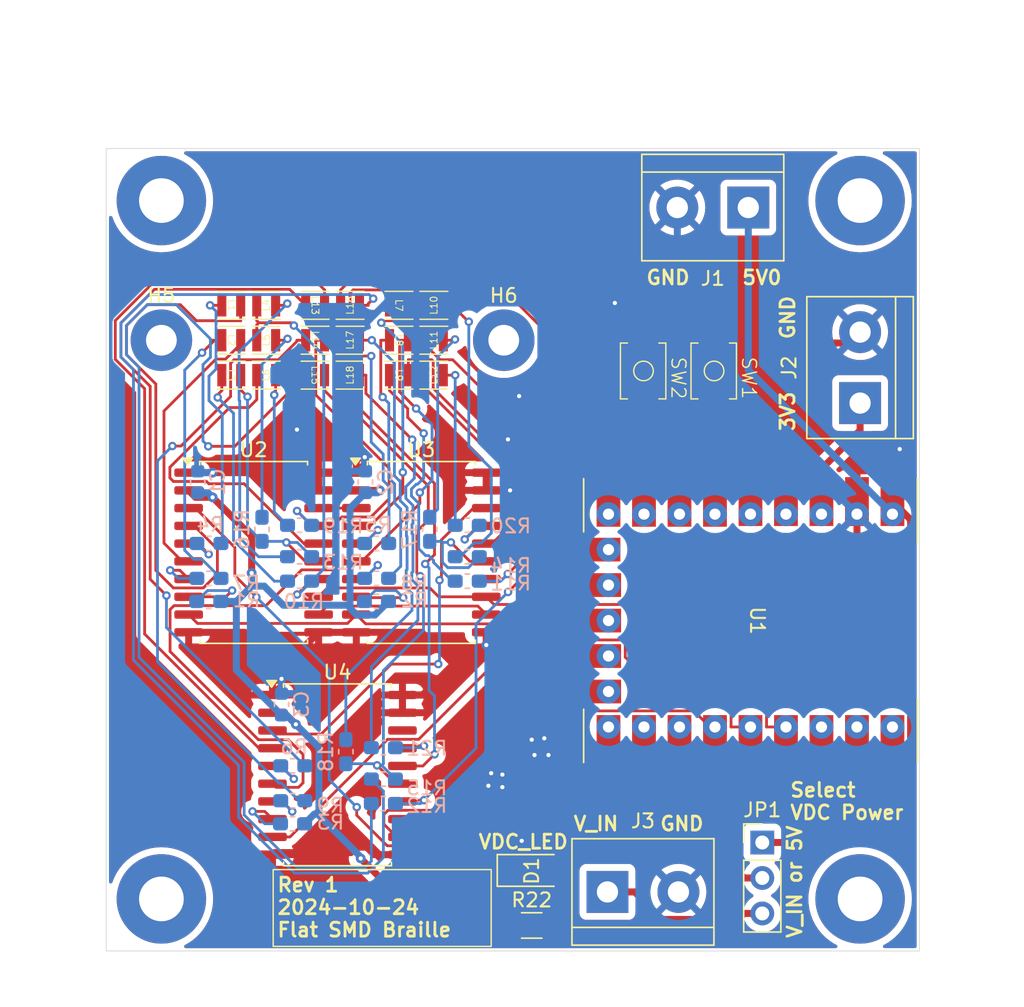
<source format=kicad_pcb>
(kicad_pcb (version 20240108) (generator "pcbnew") (generator_version "8.0")
  (layers (0 "F.Cu" signal) (31 "B.Cu" signal) (34 "B.Paste" user) (35 "F.Paste" user) (36 "B.SilkS" user "B.Silkscreen") (37 "F.SilkS" user "F.Silkscreen") (38 "B.Mask" user) (39 "F.Mask" user) (44 "Edge.Cuts" user))
  (net 0 "")
  (net 1 "GND")
  (net 2 "VDC")
  (net 3 "/Braille_Cell/DOT1_B")
  (net 4 "/Braille_Cell/DOT1_A")
  (net 5 "/Braille_Cell1/DOT1_A")
  (net 6 "/Braille_Cell1/DOT1_B")
  (net 7 "/Braille_Cell2/DOT1_B")
  (net 8 "/Braille_Cell2/DOT1_A")
  (net 9 "/Braille_Cell/DOT2_B")
  (net 10 "/Braille_Cell/DOT2_A")
  (net 11 "/Braille_Cell1/DOT2_A")
  (net 12 "/Braille_Cell1/DOT2_B")
  (net 13 "/Braille_Cell2/DOT2_A")
  (net 14 "/Braille_Cell2/DOT2_B")
  (net 15 "/Braille_Cell/DOT3_B")
  (net 16 "/Braille_Cell/DOT3_A")
  (net 17 "/Braille_Cell1/DOT3_B")
  (net 18 "/Braille_Cell1/DOT3_A")
  (net 19 "/Braille_Cell2/DOT3_A")
  (net 20 "/Braille_Cell2/DOT3_B")
  (net 21 "/Braille_Cell/DOT6_B")
  (net 22 "/Braille_Cell/DOT6_A")
  (net 23 "/Braille_Cell1/DOT6_A")
  (net 24 "/Braille_Cell1/DOT6_B")
  (net 25 "/Braille_Cell2/DOT6_A")
  (net 26 "/Braille_Cell2/DOT6_B")
  (net 27 "+5V")
  (net 28 "+3V3")
  (net 29 "Net-(J3-Pin_1)")
  (net 30 "Net-(U2-~{SRCLR})")
  (net 31 "Net-(U3-~{SRCLR})")
  (net 32 "Net-(U4-~{SRCLR})")
  (net 37 "/SHIFT_G")
  (net 42 "/SHIFT_SRCK")
  (net 50 "/SHIFT_SER_IN")
  (net 52 "/SHIFT_RCLK")
  (net 65 "/Braille_Cell/SER_OUT")
  (net 66 "/Braille_Cell1/SER_OUT")
  (net 67 "/Braille_Cell2/SER_OUT")
  (net 74 "Net-(L1-Pad2)")
  (net 75 "Net-(L2-Pad2)")
  (net 76 "Net-(L3-Pad2)")
  (net 77 "Net-(L4-Pad2)")
  (net 78 "Net-(L5-Pad2)")
  (net 79 "Net-(L6-Pad2)")
  (net 80 "Net-(L7-Pad2)")
  (net 81 "Net-(L8-Pad2)")
  (net 82 "Net-(L9-Pad2)")
  (net 83 "Net-(L10-Pad2)")
  (net 84 "Net-(L11-Pad2)")
  (net 85 "Net-(L12-Pad2)")
  (net 86 "Net-(L13-Pad2)")
  (net 87 "Net-(L14-Pad2)")
  (net 88 "Net-(L15-Pad2)")
  (net 89 "Net-(L16-Pad2)")
  (net 90 "Net-(L17-Pad2)")
  (net 91 "Net-(L18-Pad2)")
  (net 92 "/SW_1")
  (net 93 "/SW_2")
  (net 94 "Net-(D1-A)")
  (footprint "00-project-footprint-lib:Inductor_VLS201612CX" (layer "F.Cu") (at 102.5 105)
    (property "Reference" "L6")
    (property "Value" "L")
  )
  (footprint "00-project-footprint-lib:Inductor_VLS201612CX" (layer "F.Cu") (at 112 102.5 180)
    (property "Reference" "L8")
    (property "Value" "L")
  )
  (footprint "00-project-footprint-lib:Inductor_VLS201612CX" (layer "F.Cu") (at 106 105 180)
    (property "Reference" "L15")
    (property "Value" "L")
  )
  (footprint "00-project-footprint-lib:PushButtonSMD_2.93x3.9" (layer "F.Cu") (at 129.5 104.7 -90)
    (property "Reference" "SW2")
    (property "Value" "SW_Push")
  )
  (footprint "Connector_PinHeader_2.54mm:PinHeader_1x03_P2.54mm_Vertical" (layer "F.Cu") (at 138 138.46)
    (property "Reference" "JP1")
    (property "Value" "SolderJumper_3_Open")
  )
  (footprint "Package_SO:SOIC-20W_7.5x12.8mm_P1.27mm" (layer "F.Cu") (at 101.6 117.695)
    (property "Reference" "U2")
    (property "Value" "TPIC6595")
  )
  (footprint "00-project-footprint-lib:Inductor_VLS201612CX" (layer "F.Cu") (at 114.5 100)
    (property "Reference" "L10")
    (property "Value" "L")
  )
  (footprint "00-project-footprint-lib:Inductor_VLS201612CX" (layer "F.Cu") (at 100 100 180)
    (property "Reference" "L1")
    (property "Value" "L")
  )
  (footprint "LED_SMD:LED_1206_3216Metric_Pad1.42x1.75mm_HandSolder" (layer "F.Cu") (at 121.495 140.46)
    (property "Reference" "D1")
    (property "Value" "LED")
  )
  (footprint "TerminalBlock:TerminalBlock_bornier-2_P5.08mm" (layer "F.Cu") (at 137 93 180)
    (property "Reference" "J1")
    (property "Value" "Screw_Terminal_01x02")
  )
  (footprint "00-project-footprint-lib:Inductor_VLS201612CX" (layer "F.Cu") (at 102.5 100)
    (property "Reference" "L4")
    (property "Value" "L")
  )
  (footprint "00-project-footprint-lib:Inductor_VLS201612CX" (layer "F.Cu") (at 114.5 102.5)
    (property "Reference" "L11")
    (property "Value" "L")
  )
  (footprint "MountingHole:MountingHole_2.2mm_M2_Pad" (layer "F.Cu") (at 119.5 102.5)
    (property "Reference" "H6")
    (property "Value" "MountingHole_Pad")
  )
  (footprint "MountingHole:MountingHole_2.2mm_M2_Pad" (layer "F.Cu") (at 95 102.5)
    (property "Reference" "H5")
    (property "Value" "MountingHole_Pad")
  )
  (footprint "TerminalBlock:TerminalBlock_bornier-2_P5.08mm" (layer "F.Cu") (at 145 107 90)
    (property "Reference" "J2")
    (property "Value" "Screw_Terminal_01x02")
  )
  (footprint "00-project-footprint-lib:RP2040 Zero" (layer "F.Cu") (at 124.3285 112.41 -90)
    (property "Reference" "U1")
    (property "Value" "RP2040-Zero")
  )
  (footprint "00-project-footprint-lib:Inductor_VLS201612CX" (layer "F.Cu") (at 108.5 105)
    (property "Reference" "L18")
    (property "Value" "L")
  )
  (footprint "00-project-footprint-lib:Inductor_VLS201612CX" (layer "F.Cu") (at 108.5 102.5)
    (property "Reference" "L17")
    (property "Value" "L")
  )
  (footprint "TerminalBlock:TerminalBlock_bornier-2_P5.08mm" (layer "F.Cu") (at 126.92 142)
    (property "Reference" "J3")
    (property "Value" "Screw_Terminal_01x02")
  )
  (footprint "Package_SO:SOIC-20W_7.5x12.8mm_P1.27mm" (layer "F.Cu") (at 107.6 133.615)
    (property "Reference" "U4")
    (property "Value" "TPIC6595")
  )
  (footprint "00-project-footprint-lib:Inductor_VLS201612CX" (layer "F.Cu") (at 108.5 100)
    (property "Reference" "L16")
    (property "Value" "L")
  )
  (footprint "00-project-footprint-lib:Inductor_VLS201612CX" (layer "F.Cu") (at 114.5 105)
    (property "Reference" "L12")
    (property "Value" "L")
  )
  (footprint "MountingHole:MountingHole_3.2mm_M3_Pad" (layer "F.Cu") (at 95 92.5)
    (property "Reference" "H1" (hide yes))
    (property "Value" "MountingHole_Pad")
  )
  (footprint "00-project-footprint-lib:Inductor_VLS201612CX" (layer "F.Cu") (at 100 105 180)
    (property "Reference" "L3")
    (property "Value" "L")
  )
  (footprint "Package_SO:SOIC-20W_7.5x12.8mm_P1.27mm" (layer "F.Cu") (at 113.6 117.695)
    (property "Reference" "U3")
    (property "Value" "TPIC6595")
  )
  (footprint "MountingHole:MountingHole_3.2mm_M3_Pad" (layer "F.Cu") (at 145 142.5)
    (property "Reference" "H4" (hide yes))
    (property "Value" "MountingHole_Pad")
  )
  (footprint "Resistor_SMD:R_1206_3216Metric_Pad1.30x1.75mm_HandSolder" (layer "F.Cu") (at 121.5 144.4)
    (property "Reference" "R22")
    (property "Value" "5k1")
  )
  (footprint "00-project-footprint-lib:Inductor_VLS201612CX" (layer "F.Cu") (at 100 102.5 180)
    (property "Reference" "L2")
    (property "Value" "L")
  )
  (footprint "00-project-footprint-lib:Inductor_VLS201612CX" (layer "F.Cu") (at 106 102.5 180)
    (property "Reference" "L14")
    (property "Value" "L")
  )
  (footprint "MountingHole:MountingHole_3.2mm_M3_Pad" (layer "F.Cu") (at 95 142.5)
    (property "Reference" "H3" (hide yes))
    (property "Value" "MountingHole_Pad")
  )
  (footprint "00-project-footprint-lib:Inductor_VLS201612CX" (layer "F.Cu") (at 112 105 180)
    (property "Reference" "L9")
    (property "Value" "L")
  )
  (footprint "00-project-footprint-lib:Inductor_VLS201612CX" (layer "F.Cu") (at 106 100 180)
    (property "Reference" "L13")
    (property "Value" "L")
  )
  (footprint "00-project-footprint-lib:Inductor_VLS201612CX" (layer "F.Cu") (at 112 100 180)
    (property "Reference" "L7")
    (property "Value" "L")
  )
  (footprint "00-project-footprint-lib:Inductor_VLS201612CX" (layer "F.Cu") (at 102.5 102.5)
    (property "Reference" "L5")
    (property "Value" "L")
  )
  (footprint "MountingHole:MountingHole_3.2mm_M3_Pad" (layer "F.Cu") (at 145 92.5)
    (property "Reference" "H2" (hide yes))
    (property "Value" "MountingHole_Pad")
  )
  (footprint "00-project-footprint-lib:PushButtonSMD_2.93x3.9" (layer "F.Cu") (at 134.55 104.7 -90)
    (property "Reference" "SW1")
    (property "Value" "SW_Push")
  )
  (footprint "Capacitor_SMD:C_0603_1608Metric_Pad1.08x0.95mm_HandSolder" (layer "B.Cu") (at 110.4 117.05)
    (property "Reference" "R5")
    (property "Value" "20")
  )
  (footprint "Capacitor_SMD:C_0603_1608Metric_Pad1.08x0.95mm_HandSolder" (layer "B.Cu") (at 104.8875 119.75 180)
    (property "Reference" "R10")
    (property "Value" "20")
  )
  (footprint "Capacitor_SMD:C_0603_1608Metric_Pad1.08x0.95mm_HandSolder" (layer "B.Cu") (at 114.2 116.0375 -90)
    (property "Reference" "R17")
    (property "Value" "20")
  )
  (footprint "Capacitor_SMD:C_0603_1608Metric_Pad1.08x0.95mm_HandSolder" (layer "B.Cu") (at 104.4 132.97)
    (property "Reference" "R6")
    (property "Value" "20")
  )
  (footprint "Capacitor_SMD:C_0603_1608Metric_Pad1.08x0.95mm_HandSolder" (layer "B.Cu") (at 104.3875 137.12 180)
    (property "Reference" "R3")
    (property "Value" "10k")
  )
  (footprint "Capacitor_SMD:C_0603_1608Metric_Pad1.08x0.95mm_HandSolder" (layer "B.Cu") (at 98.4 119.55)
    (property "Reference" "R7")
    (property "Value" "20")
  )
  (footprint "Capacitor_SMD:C_0603_1608Metric_Pad1.08x0.95mm_HandSolder" (layer "B.Cu") (at 104.4 135.47)
    (property "Reference" "R9")
    (property "Value" "20")
  )
  (footprint "Capacitor_SMD:C_0603_1608Metric_Pad1.08x0.95mm_HandSolder" (layer "B.Cu") (at 98.3875 121.2 180)
    (property "Reference" "R1")
    (property "Value" "10k")
  )
  (footprint "Capacitor_SMD:C_0603_1608Metric_Pad1.08x0.95mm_HandSolder" (layer "B.Cu") (at 104.8875 115.75)
    (property "Reference" "R19")
    (property "Value" "20")
  )
  (footprint "Capacitor_SMD:C_0603_1608Metric_Pad1.08x0.95mm_HandSolder" (layer "B.Cu") (at 102.2 116.0375 -90)
    (property "Reference" "R16")
    (property "Value" "20")
  )
  (footprint "Capacitor_SMD:C_0603_1608Metric_Pad1.08x0.95mm_HandSolder" (layer "B.Cu") (at 110.3875 121.2 180)
    (property "Reference" "R2")
    (property "Value" "10k")
  )
  (footprint "Capacitor_SMD:C_0603_1608Metric" (layer "B.Cu") (at 103.6 128.57 90)
    (property "Reference" "C3")
    (property "Value" "100n")
  )
  (footprint "Capacitor_SMD:C_0603_1608Metric_Pad1.08x0.95mm_HandSolder" (layer "B.Cu") (at 116.8875 119.75 180)
    (property "Reference" "R11")
    (property "Value" "20")
  )
  (footprint "Capacitor_SMD:C_0603_1608Metric_Pad1.08x0.95mm_HandSolder" (layer "B.Cu") (at 98.4 117.05)
    (property "Reference" "R4")
    (property "Value" "20")
  )
  (footprint "Capacitor_SMD:C_0603_1608Metric" (layer "B.Cu") (at 109.6 112.65 90)
    (property "Reference" "C2")
    (property "Value" "100n")
  )
  (footprint "Capacitor_SMD:C_0603_1608Metric_Pad1.08x0.95mm_HandSolder" (layer "B.Cu") (at 110.4 119.55)
    (property "Reference" "R8")
    (property "Value" "20")
  )
  (footprint "Capacitor_SMD:C_0603_1608Metric_Pad1.08x0.95mm_HandSolder" (layer "B.Cu") (at 116.8875 118)
    (property "Reference" "R14")
    (property "Value" "20")
  )
  (footprint "Capacitor_SMD:C_0603_1608Metric_Pad1.08x0.95mm_HandSolder" (layer "B.Cu") (at 108.2 131.9575 -90)
    (property "Reference" "R18")
    (property "Value" "20")
  )
  (footprint "Capacitor_SMD:C_0603_1608Metric_Pad1.08x0.95mm_HandSolder" (layer "B.Cu") (at 110.8875 135.67 180)
    (property "Reference" "R12")
    (property "Value" "20")
  )
  (footprint "Capacitor_SMD:C_0603_1608Metric_Pad1.08x0.95mm_HandSolder" (layer "B.Cu") (at 104.8875 118)
    (property "Reference" "R13")
    (property "Value" "20")
  )
  (footprint "Capacitor_SMD:C_0603_1608Metric_Pad1.08x0.95mm_HandSolder" (layer "B.Cu") (at 110.8875 131.67)
    (property "Reference" "R21")
    (property "Value" "20")
  )
  (footprint "Capacitor_SMD:C_0603_1608Metric_Pad1.08x0.95mm_HandSolder" (layer "B.Cu") (at 116.8875 115.75)
    (property "Reference" "R20")
    (property "Value" "20")
  )
  (footprint "Capacitor_SMD:C_0603_1608Metric_Pad1.08x0.95mm_HandSolder" (layer "B.Cu") (at 110.8875 133.92)
    (property "Reference" "R15")
    (property "Value" "20")
  )
  (footprint "Capacitor_SMD:C_0603_1608Metric" (layer "B.Cu") (at 97.6 112.65 90)
    (property "Reference" "C1")
    (property "Value" "100n")
  )
  (gr_rect (start 103 140.4) (end 118.6 145.9) (stroke (width 0.1)) (fill none) (layer "F.SilkS"))
  (gr_rect (start 91.05 88.775) (end 149.25 146.225) (stroke (width 0.05)) (fill none) (layer "Edge.Cuts"))
  (gr_text "Select\nVDC Power" (at 139.9 136.9 0) (layer "F.SilkS") (effects (font (size 1 1) (thickness 0.2) (bold yes)) (justify left bottom)))
  (gr_text "V_IN or 5V" (at 140.9 145.4 90) (layer "F.SilkS") (effects (font (size 1 1) (thickness 0.2) (bold yes)) (justify left bottom)))
  (gr_text "GND     5V0" (at 129.6 98.6 0) (layer "F.SilkS") (effects (font (size 1 1) (thickness 0.2) (bold yes)) (justify left bottom)))
  (gr_text "VDC_LED" (at 117.6 139 0) (layer "F.SilkS") (effects (font (size 1 1) (thickness 0.2) (bold yes)) (justify left bottom)))
  (gr_text "3V3     GND" (at 140.4 109.1 90) (layer "F.SilkS") (effects (font (size 1 1) (thickness 0.2) (bold yes)) (justify left bottom)))
  (gr_text "Rev 1\n2024-10-24\nFlat SMD Braille" (at 103.2 145.3 0) (layer "F.SilkS") (effects (font (size 1 1) (thickness 0.2) (bold yes)) (justify left bottom)))
  (gr_text "V_IN    GND" (at 124.4 137.7 0) (layer "F.SilkS") (effects (font (size 1 1) (thickness 0.2) (bold yes)) (justify left bottom)))
  (segment (start 103.6 126.747) (end 103.6 126.06) (width 0.5) (layer "F.Cu") (net 1))
  (segment (start 112.25 139.33) (end 110.2269 139.33) (width 0.5) (layer "F.Cu") (net 1))
  (segment (start 96.95 111.98) (end 98.6656 111.98) (width 0.5) (layer "F.Cu") (net 1))
  (segment (start 127.45 100.65) (end 129.5 102.7) (width 0.5) (layer "F.Cu") (net 1))
  (segment (start 106.25 123.41) (end 108.95 123.41) (width 0.5) (layer "F.Cu") (net 1))
  (segment (start 115.9011 125.6883) (end 116.8858 125.6883) (width 0.5) (layer "F.Cu") (net 1))
  (segment (start 144.7755 111.8483) (end 146.2804 111.8483) (width 0.5) (layer "F.Cu") (net 1))
  (segment (start 109.6961 138.7992) (end 108.9316 138.7992) (width 0.5) (layer "F.Cu") (net 1))
  (segment (start 118.25 123.41) (end 118.25 124.3241) (width 0.5) (layer "F.Cu") (net 1))
  (segment (start 106.25 113.25) (end 106.25 111.98) (width 0.5) (layer "F.Cu") (net 1))
  (segment (start 109.552 110.8706) (end 109.552 111.378) (width 0.5) (layer "F.Cu") (net 1))
  (segment (start 144.7755 114.05) (end 144.7755 111.8483) (width 0.5) (layer "F.Cu") (net 1))
  (segment (start 113.6228 123.41) (end 115.9011 125.6882) (width 0.5) (layer "F.Cu") (net 1))
  (segment (start 118.25 113.25) (end 119.9521 113.25) (width 0.5) (layer "F.Cu") (net 1))
  (segment (start 116.8858 125.6883) (end 118.25 124.3241) (width 0.5) (layer "F.Cu") (net 1))
  (segment (start 109.552 111.378) (end 108.95 111.98) (width 0.5) (layer "F.Cu") (net 1))
  (segment (start 120.0075 139.33) (end 120.0075 139.1195) (width 0.5) (layer "F.Cu") (net 1))
  (segment (start 112.25 127.9) (end 113.6893 127.9) (width 0.5) (layer "F.Cu") (net 1))
  (segment (start 115.9011 125.6882) (end 115.9011 125.6883) (width 0.5) (layer "F.Cu") (net 1))
  (segment (start 108.9316 138.7992) (end 108.547 139.1838) (width 0.5) (layer "F.Cu") (net 1))
  (segment (start 134.55 102.7) (end 144.22 102.7) (width 0.5) (layer "F.Cu") (net 1))
  (segment (start 110.2269 139.33) (end 109.6961 138.7992) (width 0.5) (layer "F.Cu") (net 1))
  (segment (start 118.25 113.25) (end 118.25 111.98) (width 0.5) (layer "F.Cu") (net 1))
  (segment (start 127.45 99.8332) (end 127.45 100.65) (width 0.5) (layer "F.Cu") (net 1))
  (segment (start 112.25 129.17) (end 112.25 127.9) (width 0.5) (layer "F.Cu") (net 1))
  (segment (start 98.6656 111.98) (end 106.25 111.98) (width 0.5) (layer "F.Cu") (net 1))
  (segment (start 96.95 123.41) (end 100.95 123.41) (width 0.5) (layer "F.Cu") (net 1))
  (segment (start 144.22 102.7) (end 145 101.92) (width 0.5) (layer "F.Cu") (net 1))
  (segment (start 103.6 127.25) (end 103.6 126.747) (width 0.5) (layer "F.Cu") (net 1))
  (segment (start 102.95 127.9) (end 103.6 127.25) (width 0.5) (layer "F.Cu") (net 1))
  (segment (start 108.547 139.1838) (end 103.0962 139.1838) (width 0.5) (layer "F.Cu") (net 1))
  (segment (start 106.25 111.98) (end 108.95 111.98) (width 0.5) (layer "F.Cu") (net 1))
  (segment (start 120.0075 140.46) (end 120.0075 139.33) (width 0.5) (layer "F.Cu") (net 1))
  (segment (start 120.0075 139.1195) (end 120.7842 138.3428) (width 0.5) (layer "F.Cu") (net 1))
  (segment (start 100.95 123.41) (end 103.6 126.06) (width 0.5) (layer "F.Cu") (net 1))
  (segment (start 108.95 123.41) (end 113.6228 123.41) (width 0.5) (layer "F.Cu") (net 1))
  (segment (start 146.2804 111.8483) (end 147.835 110.2937) (width 0.5) (layer "F.Cu") (net 1))
  (segment (start 129.5 102.7) (end 134.55 102.7) (width 0.5) (layer "F.Cu") (net 1))
  (segment (start 144.7755 114.95) (end 144.7755 114.05) (width 0.5) (layer "F.Cu") (net 1))
  (segment (start 113.6893 127.9) (end 115.9011 125.6882) (width 0.5) (layer "F.Cu") (net 1))
  (segment (start 112.25 139.33) (end 120.0075 139.33) (width 0.5) (layer "F.Cu") (net 1))
  (segment (start 103.6 126.06) (end 106.25 123.41) (width 0.5) (layer "F.Cu") (net 1))
  (segment (start 103.0962 139.1838) (end 102.95 139.33) (width 0.5) (layer "F.Cu") (net 1))
  (via (at 103.6 126.747) (size 0.7) (drill 0.3) (layers "F.Cu" "B.Cu") (net 1))
  (via (at 120.7842 138.3428) (size 0.7) (drill 0.3) (layers "F.Cu" "B.Cu") (net 1))
  (via (at 119.4 134.5) (size 0.6) (drill 0.3) (layers "F.Cu" "B.Cu") (net 1))
  (via (at 120.6 106.5) (size 0.6) (drill 0.3) (layers "F.Cu" "B.Cu") (net 1))
  (via (at 109.552 110.8706) (size 0.7) (drill 0.3) (layers "F.Cu" "B.Cu") (net 1))
  (via (at 121.5 131.1) (size 0.6) (drill 0.3) (layers "F.Cu" "B.Cu") (net 1))
  (via (at 122.7 132.2) (size 0.6) (drill 0.3) (layers "F.Cu" "B.Cu") (net 1))
  (via (at 119.9521 113.25) (size 0.7) (drill 0.3) (layers "F.Cu" "B.Cu") (net 1))
  (via (at 119.8 109.6) (size 0.6) (drill 0.3) (layers "F.Cu" "B.Cu") (net 1))
  (via (at 119.4 133.6) (size 0.6) (drill 0.3) (layers "F.Cu" "B.Cu") (net 1))
  (via (at 118.4 134.4) (size 0.6) (drill 0.3) (layers "F.Cu" "B.Cu") (net 1))
  (via (at 98.6656 111.98) (size 0.7) (drill 0.3) (layers "F.Cu" "B.Cu") (net 1))
  (via (at 118.25 124.3241) (size 0.7) (drill 0.3) (layers "F.Cu" "B.Cu") (net 1))
  (via (at 118.6 133.5) (size 0.6) (drill 0.3) (layers "F.Cu" "B.Cu") (net 1))
  (via (at 147.835 110.2937) (size 0.7) (drill 0.3) (layers "F.Cu" "B.Cu") (net 1))
  (via (at 122.4 131) (size 0.6) (drill 0.3) (layers "F.Cu" "B.Cu") (net 1))
  (via (at 104.7 108.9) (size 0.6) (drill 0.3) (layers "F.Cu" "B.Cu") (net 1))
  (via (at 121.7 132.2) (size 0.6) (drill 0.3) (layers "F.Cu" "B.Cu") (net 1))
  (via (at 127.45 99.8332) (size 0.7) (drill 0.3) (layers "F.Cu" "B.Cu") (net 1))
  (segment (start 131.92 95.3632) (end 127.45 99.8332) (width 0.5) (layer "B.Cu") (net 1))
  (segment (start 147.835 104.755) (end 145 101.92) (width 0.5) (layer "B.Cu") (net 1))
  (segment (start 103.6 127.795) (end 103.6 126.747) (width 0.5) (layer "B.Cu") (net 1))
  (segment (start 120.6091 121.965) (end 120.6091 113.25) (width 0.5) (layer "B.Cu") (net 1))
  (segment (start 109.552 111.827) (end 109.552 110.8706) (width 0.5) (layer "B.Cu") (net 1))
  (segment (start 120.6091 113.25) (end 122.1566 111.7025) (width 0.5) (layer "B.Cu") (net 1))
  (segment (start 109.6 111.875) (end 109.552 111.827) (width 0.5) (layer "B.Cu") (net 1))
  (segment (start 118.25 124.3241) (end 120.6091 121.965) (width 0.5) (layer "B.Cu") (net 1))
  (segment (start 118.25 124.3241) (end 120.7842 126.8583) (width 0.5) (layer "B.Cu") (net 1))
  (segment (start 122.1566 99.8332) (end 111.0765 99.8332) (width 0.5) (layer "B.Cu") (net 1))
  (segment (start 120.6091 113.25) (end 119.9521 113.25) (width 0.5) (layer "B.Cu") (net 1))
  (segment (start 147.835 110.2937) (end 147.835 104.755) (width 0.5) (layer "B.Cu") (net 1))
  (segment (start 97.6 111.875) (end 97.705 111.98) (width 0.5) (layer "B.Cu") (net 1))
  (segment (start 127.45 99.8332) (end 122.1566 99.8332) (width 0.5) (layer "B.Cu") (net 1))
  (segment (start 111.0765 99.8332) (end 109.1815 101.7282) (width 0.5) (layer "B.Cu") (net 1))
  (segment (start 131.92 93) (end 131.92 95.3632) (width 0.5) (layer "B.Cu") (net 1))
  (segment (start 120.7842 126.8583) (end 120.7842 138.3428) (width 0.5) (layer "B.Cu") (net 1))
  (segment (start 122.1566 111.7025) (end 122.1566 99.8332) (width 0.5) (layer "B.Cu") (net 1))
  (segment (start 120.7842 138.3428) (end 128.3428 138.3428) (width 0.5) (layer "B.Cu") (net 1))
  (segment (start 109.1815 110.5001) (end 109.552 110.8706) (width 0.5) (layer "B.Cu") (net 1))
  (segment (start 97.705 111.98) (end 98.6656 111.98) (width 0.5) (layer "B.Cu") (net 1))
  (segment (start 128.3428 138.3428) (end 132 142) (width 0.5) (layer "B.Cu") (net 1))
  (segment (start 109.1815 101.7282) (end 109.1815 110.5001) (width 0.5) (layer "B.Cu") (net 1))
  (segment (start 138 141) (end 136.6983 141) (width 0.5) (layer "F.Cu") (net 2))
  (segment (start 121.495 141.1321) (end 120.8191 141.808) (width 0.5) (layer "F.Cu") (net 2))
  (segment (start 96.95 113.25) (end 97.447 113.747) (width 0.5) (layer "F.Cu") (net 2))
  (segment (start 101.4602 116.5416) (end 101.4602 119.1678) (width 0.5) (layer "F.Cu") (net 2))
  (segment (start 103.7921 129.17) (end 104.6227 130.0006) (width 0.5) (layer "F.Cu") (net 2))
  (segment (start 97.447 113.747) (end 98.6656 113.747) (width 0.5) (layer "F.Cu") (net 2))
  (segment (start 119.95 141.808) (end 119.95 144.4) (width 0.5) (layer "F.Cu") (net 2))
  (segment (start 98.6656 113.747) (end 101.4602 116.5416) (width 0.5) (layer "F.Cu") (net 2))
  (segment (start 136.6983 141) (end 134.7805 139.0822) (width 0.5) (layer "F.Cu") (net 2))
  (segment (start 119.95 141.808) (end 111.4707 141.808) (width 0.5) (layer "F.Cu") (net 2))
  (segment (start 102.95 129.17) (end 103.7921 129.17) (width 0.5) (layer "F.Cu") (net 2))
  (segment (start 121.495 139.8315) (end 121.495 141.1321) (width 0.5) (layer "F.Cu") (net 2))
  (segment (start 111.4707 141.808) (end 109.2636 139.6009) (width 0.5) (layer "F.Cu") (net 2))
  (segment (start 122.2443 139.0822) (end 121.495 139.8315) (width 0.5) (layer "F.Cu") (net 2))
  (segment (start 134.7805 139.0822) (end 122.2443 139.0822) (width 0.5) (layer "F.Cu") (net 2))
  (segment (start 120.8191 141.808) (end 119.95 141.808) (width 0.5) (layer "F.Cu") (net 2))
  (segment (start 108.95 113.25) (end 110.6349 113.25) (width 0.5) (layer "F.Cu") (net 2))
  (via (at 104.6227 130.0006) (size 0.7) (drill 0.3) (layers "F.Cu" "B.Cu") (net 2))
  (via (at 98.6656 113.747) (size 0.7) (drill 0.3) (layers "F.Cu" "B.Cu") (net 2))
  (via (at 109.2636 139.6009) (size 0.7) (drill 0.3) (layers "F.Cu" "B.Cu") (net 2))
  (via (at 110.6349 113.25) (size 0.7) (drill 0.3) (layers "F.Cu" "B.Cu") (net 2))
  (via (at 101.4602 119.1678) (size 0.7) (drill 0.3) (layers "F.Cu" "B.Cu") (net 2))
  (segment (start 110.4599 113.425) (end 110.6349 113.25) (width 0.5) (layer "B.Cu") (net 2))
  (segment (start 103.9621 129.345) (end 103.6 129.345) (width 0.5) (layer "B.Cu") (net 2))
  (segment (start 104.6202 130.0031) (end 106.2756 131.6585) (width 0.5) (layer "B.Cu") (net 2))
  (segment (start 105.9332 136.4368) (end 106.1999 136.4368) (width 0.5) (layer "B.Cu") (net 2))
  (segment (start 102.3586 120.1038) (end 103.7249 121.4701) (width 0.5) (layer "B.Cu") (net 2))
  (segment (start 109.6 113.425) (end 108.4973 114.5277) (width 0.5) (layer "B.Cu") (net 2))
  (segment (start 100.364 126.109) (end 103.6 129.345) (width 0.5) (layer "B.Cu") (net 2))
  (segment (start 101.4602 120.1038) (end 101.4602 119.1678) (width 0.5) (layer "B.Cu") (net 2))
  (segment (start 101.4602 120.1038) (end 102.3586 120.1038) (width 0.5) (layer "B.Cu") (net 2))
  (segment (start 106.2756 136.3611) (end 106.1999 136.4368) (width 0.5) (layer "B.Cu") (net 2))
  (segment (start 97.6 113.425) (end 98.3436 113.425) (width 0.5) (layer "B.Cu") (net 2))
  (segment (start 104.6202 130.0031) (end 104.6227 130.0006) (width 0.5) (layer "B.Cu") (net 2))
  (segment (start 100.364 121.2) (end 101.4602 120.1038) (width 0.5) (layer "B.Cu") (net 2))
  (segment (start 108.4973 121.4701) (end 108.4973 121.6891) (width 0.5) (layer "B.Cu") (net 2))
  (segment (start 100.364 121.2) (end 100.364 126.109) (width 0.5) (layer "B.Cu") (net 2))
  (segment (start 100.364 121.2) (end 99.25 121.2) (width 0.5) (layer "B.Cu") (net 2))
  (segment (start 108.4973 121.6891) (end 108.979 122.1708) (width 0.5) (layer "B.Cu") (net 2))
  (segment (start 110.2792 122.1708) (end 111.25 121.2) (width 0.5) (layer "B.Cu") (net 2))
  (segment (start 104.6202 130.0031) (end 103.9621 129.345) (width 0.5) (layer "B.Cu") (net 2))
  (segment (start 108.979 122.1708) (end 110.2792 122.1708) (width 0.5) (layer "B.Cu") (net 2))
  (segment (start 106.2756 131.6585) (end 106.2756 136.3611) (width 0.5) (layer "B.Cu") (net 2))
  (segment (start 109.6 113.425) (end 110.4599 113.425) (width 0.5) (layer "B.Cu") (net 2))
  (segment (start 106.1999 136.4368) (end 109.2636 139.5005) (width 0.5) (layer "B.Cu") (net 2))
  (segment (start 105.25 137.12) (end 105.9332 136.4368) (width 0.5) (layer "B.Cu") (net 2))
  (segment (start 109.2636 139.5005) (end 109.2636 139.6009) (width 0.5) (layer "B.Cu") (net 2))
  (segment (start 103.7249 121.4701) (end 108.4973 121.4701) (width 0.5) (layer "B.Cu") (net 2))
  (segment (start 98.3436 113.425) (end 98.6656 113.747) (width 0.5) (layer "B.Cu") (net 2))
  (segment (start 108.4973 114.5277) (end 108.4973 121.4701) (width 0.5) (layer "B.Cu") (net 2))
  (segment (start 97.6278 117.06) (end 98.385 117.8172) (width 0.2) (layer "F.Cu") (net 3))
  (segment (start 96.95 117.06) (end 97.6278 117.06) (width 0.2) (layer "F.Cu") (net 3))
  (via (at 98.385 117.8172) (size 0.6) (drill 0.3) (layers "F.Cu" "B.Cu") (net 3))
  (segment (start 97.5375 117.05) (end 98.3047 117.8172) (width 0.2) (layer "B.Cu") (net 3))
  (segment (start 98.3047 117.8172) (end 98.385 117.8172) (width 0.2) (layer "B.Cu") (net 3))
  (segment (start 100.675 101.1017) (end 100.675 100) (width 0.2) (layer "F.Cu") (net 4))
  (segment (start 95.857 120.235) (end 94.6 118.978) (width 0.2) (layer "F.Cu") (net 4))
  (segment (start 93.9905 99.9542) (end 96.3542 99.9542) (width 0.2) (layer "F.Cu") (net 4))
  (segment (start 97.5017 101.1017) (end 100.675 101.1017) (width 0.2) (layer "F.Cu") (net 4))
  (segment (start 96.3542 99.9542) (end 97.5017 101.1017) (width 0.2) (layer "F.Cu") (net 4))
  (segment (start 94.6 105.635534) (end 92.5 103.535534) (width 0.2) (layer "F.Cu") (net 4))
  (segment (start 94.6 118.978) (end 94.6 105.635534) (width 0.2) (layer "F.Cu") (net 4))
  (segment (start 97.347 115.79) (end 99.0076 117.4506) (width 0.2) (layer "F.Cu") (net 4))
  (segment (start 92.5 101.4447) (end 93.9905 99.9542) (width 0.2) (layer "F.Cu") (net 4))
  (segment (start 99.0076 119.228) (end 98.0006 120.235) (width 0.2) (layer "F.Cu") (net 4))
  (segment (start 98.0006 120.235) (end 95.857 120.235) (width 0.2) (layer "F.Cu") (net 4))
  (segment (start 92.5 103.535534) (end 92.5 101.4447) (width 0.2) (layer "F.Cu") (net 4))
  (segment (start 96.95 115.79) (end 97.347 115.79) (width 0.2) (layer "F.Cu") (net 4))
  (segment (start 99.0076 117.4506) (end 99.0076 119.228) (width 0.2) (layer "F.Cu") (net 4))
  (segment (start 112.675 100) (end 112.675 101.1017) (width 0.2) (layer "F.Cu") (net 5))
  (segment (start 109.9369 115.79) (end 108.95 115.79) (width 0.2) (layer "F.Cu") (net 5))
  (segment (start 112.2768 113.4501) (end 109.9369 115.79) (width 0.2) (layer "F.Cu") (net 5))
  (segment (start 112.2768 111.9576) (end 112.2768 113.4501) (width 0.2) (layer "F.Cu") (net 5))
  (segment (start 112.675 101.1017) (end 110.8814 101.1017) (width 0.2) (layer "F.Cu") (net 5))
  (segment (start 110.8814 101.1017) (end 110.7362 101.2469) (width 0.2) (layer "F.Cu") (net 5))
  (via (at 110.7362 101.2469) (size 0.6) (drill 0.3) (layers "F.Cu" "B.Cu") (net 5))
  (via (at 112.2768 111.9576) (size 0.6) (drill 0.3) (layers "F.Cu" "B.Cu") (net 5))
  (segment (start 110.7362 101.2469) (end 112.2768 102.7875) (width 0.2) (layer "B.Cu") (net 5))
  (segment (start 112.2768 102.7875) (end 112.2768 111.9576) (width 0.2) (layer "B.Cu") (net 5))
  (segment (start 108.95 117.06) (end 109.518 117.06) (width 0.2) (layer "F.Cu") (net 6))
  (segment (start 109.518 117.06) (end 110.4908 116.0872) (width 0.2) (layer "F.Cu") (net 6))
  (via (at 110.4908 116.0872) (size 0.6) (drill 0.3) (layers "F.Cu" "B.Cu") (net 6))
  (segment (start 109.5375 117.0405) (end 110.4908 116.0872) (width 0.2) (layer "B.Cu") (net 6))
  (segment (start 109.5375 117.05) (end 109.5375 117.0405) (width 0.2) (layer "B.Cu") (net 6))
  (segment (start 102.95 132.98) (end 103.5501 132.98) (width 0.2) (layer "F.Cu") (net 7))
  (segment (start 103.5501 132.98) (end 104.4787 133.9086) (width 0.2) (layer "F.Cu") (net 7))
  (via (at 104.4787 133.9086) (size 0.6) (drill 0.3) (layers "F.Cu" "B.Cu") (net 7))
  (segment (start 103.5375 132.97) (end 104.4761 133.9086) (width 0.2) (layer "B.Cu") (net 7))
  (segment (start 104.4761 133.9086) (end 104.4787 133.9086) (width 0.2) (layer "B.Cu") (net 7))
  (segment (start 101.9798 131.71) (end 93.8 123.5302) (width 0.2) (layer "F.Cu") (net 8))
  (segment (start 91.7 103.866906) (end 91.7 101.0912) (width 0.2) (layer "F.Cu") (net 8))
  (segment (start 102.95 131.71) (end 101.9798 131.71) (width 0.2) (layer "F.Cu") (net 8))
  (segment (start 106.675 98.8983) (end 106.675 100) (width 0.2) (layer "F.Cu") (net 8))
  (segment (start 94.3625 98.4287) (end 106.2054 98.4287) (width 0.2) (layer "F.Cu") (net 8))
  (segment (start 106.2054 98.4287) (end 106.675 98.8983) (width 0.2) (layer "F.Cu") (net 8))
  (segment (start 93.8 105.966906) (end 91.7 103.866906) (width 0.2) (layer "F.Cu") (net 8))
  (segment (start 93.8 123.5302) (end 93.8 105.966906) (width 0.2) (layer "F.Cu") (net 8))
  (segment (start 91.7 101.0912) (end 94.3625 98.4287) (width 0.2) (layer "F.Cu") (net 8))
  (segment (start 96.95 119.6) (end 96.3207 118.9707) (width 0.2) (layer "F.Cu") (net 9))
  (segment (start 96.3207 118.9707) (end 95.6288 118.9707) (width 0.2) (layer "F.Cu") (net 9))
  (via (at 95.6288 118.9707) (size 0.6) (drill 0.3) (layers "F.Cu" "B.Cu") (net 9))
  (segment (start 96.2081 119.55) (end 95.6288 118.9707) (width 0.2) (layer "B.Cu") (net 9))
  (segment (start 97.5375 119.55) (end 96.2081 119.55) (width 0.2) (layer "B.Cu") (net 9))
  (segment (start 100.675 102.7677) (end 100.675 102.5) (width 0.2) (layer "F.Cu") (net 10))
  (segment (start 98.9013 103.85) (end 99.5927 103.85) (width 0.2) (layer "F.Cu") (net 10))
  (segment (start 96.4879 118.33) (end 95.1847 117.0268) (width 0.2) (layer "F.Cu") (net 10))
  (segment (start 99.5927 103.85) (end 100.675 102.7677) (width 0.2) (layer "F.Cu") (net 10))
  (segment (start 96.95 118.33) (end 96.4879 118.33) (width 0.2) (layer "F.Cu") (net 10))
  (segment (start 95.1847 117.0268) (end 95.1847 107.5666) (width 0.2) (layer "F.Cu") (net 10))
  (segment (start 95.1847 107.5666) (end 98.9013 103.85) (width 0.2) (layer "F.Cu") (net 10))
  (segment (start 109.3498 118.33) (end 108.95 118.33) (width 0.2) (layer "F.Cu") (net 11))
  (segment (start 113.4952 113.4038) (end 113.4952 114.1846) (width 0.2) (layer "F.Cu") (net 11))
  (segment (start 113.4952 114.1846) (end 109.3498 118.33) (width 0.2) (layer "F.Cu") (net 11))
  (segment (start 112.0483 106.2111) (end 113.2277 107.3905) (width 0.2) (layer "F.Cu") (net 11))
  (segment (start 112.0483 102.5) (end 112.0483 106.2111) (width 0.2) (layer "F.Cu") (net 11))
  (segment (start 112.675 102.5) (end 112.0483 102.5) (width 0.2) (layer "F.Cu") (net 11))
  (via (at 113.2277 107.3905) (size 0.6) (drill 0.3) (layers "F.Cu" "B.Cu") (net 11))
  (via (at 113.4952 113.4038) (size 0.6) (drill 0.3) (layers "F.Cu" "B.Cu") (net 11))
  (segment (start 114.3707 108.5335) (end 113.2277 107.3905) (width 0.2) (layer "B.Cu") (net 11))
  (segment (start 113.4952 113.4038) (end 114.3707 112.5283) (width 0.2) (layer "B.Cu") (net 11))
  (segment (start 114.3707 112.5283) (end 114.3707 108.5335) (width 0.2) (layer "B.Cu") (net 11))
  (segment (start 109.4875 119.6) (end 110.4836 118.6039) (width 0.2) (layer "F.Cu") (net 12))
  (segment (start 108.95 119.6) (end 109.4875 119.6) (width 0.2) (layer "F.Cu") (net 12))
  (via (at 110.4836 118.6039) (size 0.6) (drill 0.3) (layers "F.Cu" "B.Cu") (net 12))
  (segment (start 109.5375 119.55) (end 110.4836 118.6039) (width 0.2) (layer "B.Cu") (net 12))
  (segment (start 95.9033 121.5015) (end 95.6211 121.7837) (width 0.2) (layer "F.Cu") (net 13))
  (segment (start 105.042 118.9408) (end 102.4813 121.5015) (width 0.2) (layer "F.Cu") (net 13))
  (segment (start 106.0483 106.4179) (end 111.2954 111.665) (width 0.2) (layer "F.Cu") (net 13))
  (segment (start 105.137 132.1587) (end 105.137 134.1873) (width 0.2) (layer "F.Cu") (net 13))
  (segment (start 101.9408 131.102) (end 104.0803 131.102) (width 0.2) (layer "F.Cu") (net 13))
  (segment (start 104.0803 131.102) (end 105.137 132.1587) (width 0.2) (layer "F.Cu") (net 13))
  (segment (start 106.675 102.5) (end 106.0483 102.5) (width 0.2) (layer "F.Cu") (net 13))
  (segment (start 104.8126 134.5117) (end 103.2117 134.5117) (width 0.2) (layer "F.Cu") (net 13))
  (segment (start 109.9916 115.155) (end 107.9137 115.155) (width 0.2) (layer "F.Cu") (net 13))
  (segment (start 111.2954 113.8512) (end 109.9916 115.155) (width 0.2) (layer "F.Cu") (net 13))
  (segment (start 95.6211 121.7837) (end 95.6211 124.7823) (width 0.2) (layer "F.Cu") (net 13))
  (segment (start 102.4813 121.5015) (end 95.9033 121.5015) (width 0.2) (layer "F.Cu") (net 13))
  (segment (start 107.3643 118.9408) (end 105.042 118.9408) (width 0.2) (layer "F.Cu") (net 13))
  (segment (start 105.137 134.1873) (end 104.8126 134.5117) (width 0.2) (layer "F.Cu") (net 13))
  (segment (start 107.6 118.7051) (end 107.3643 118.9408) (width 0.2) (layer "F.Cu") (net 13))
  (segment (start 107.6 115.4687) (end 107.6 118.7051) (width 0.2) (layer "F.Cu") (net 13))
  (segment (start 103.2117 134.5117) (end 102.95 134.25) (width 0.2) (layer "F.Cu") (net 13))
  (segment (start 107.9137 115.155) (end 107.6 115.4687) (width 0.2) (layer "F.Cu") (net 13))
  (segment (start 95.6211 124.7823) (end 101.9408 131.102) (width 0.2) (layer "F.Cu") (net 13))
  (segment (start 111.2954 111.665) (end 111.2954 113.8512) (width 0.2) (layer "F.Cu") (net 13))
  (segment (start 106.0483 102.5) (end 106.0483 106.4179) (width 0.2) (layer "F.Cu") (net 13))
  (segment (start 103.6447 135.52) (end 102.95 135.52) (width 0.2) (layer "F.Cu") (net 14))
  (segment (start 104.3624 136.2377) (end 103.6447 135.52) (width 0.2) (layer "F.Cu") (net 14))
  (via (at 104.3624 136.2377) (size 0.6) (drill 0.3) (layers "F.Cu" "B.Cu") (net 14))
  (segment (start 103.5375 135.47) (end 103.5947 135.47) (width 0.2) (layer "B.Cu") (net 14))
  (segment (start 103.5947 135.47) (end 104.3624 136.2377) (width 0.2) (layer "B.Cu") (net 14))
  (segment (start 101.825 101.1017) (end 101.9733 101.25) (width 0.2) (layer "F.Cu") (net 15))
  (segment (start 104.4819 101.4492) (end 104.2827 101.25) (width 0.2) (layer "F.Cu") (net 15))
  (segment (start 101.9733 101.25) (end 101.825 101.3983) (width 0.2) (layer "F.Cu") (net 15))
  (segment (start 105.8167 119.6) (end 104.7147 120.702) (width 0.2) (layer "F.Cu") (net 15))
  (segment (start 101.825 102.5) (end 101.825 101.3983) (width 0.2) (layer "F.Cu") (net 15))
  (segment (start 101.825 100) (end 101.825 101.1017) (width 0.2) (layer "F.Cu") (net 15))
  (segment (start 104.2827 101.25) (end 101.9733 101.25) (width 0.2) (layer "F.Cu") (net 15))
  (segment (start 106.25 119.6) (end 105.8167 119.6) (width 0.2) (layer "F.Cu") (net 15))
  (via (at 104.4819 101.4492) (size 0.6) (drill 0.3) (layers "F.Cu" "B.Cu") (net 15))
  (via (at 104.7147 120.702) (size 0.6) (drill 0.3) (layers "F.Cu" "B.Cu") (net 15))
  (segment (start 105.75 119.75) (end 104.798 120.702) (width 0.2) (layer "B.Cu") (net 15))
  (segment (start 106.6218 103.5891) (end 106.6218 118.8782) (width 0.2) (layer "B.Cu") (net 15))
  (segment (start 104.798 120.702) (end 104.7147 120.702) (width 0.2) (layer "B.Cu") (net 15))
  (segment (start 104.4819 101.4492) (end 106.6218 103.5891) (width 0.2) (layer "B.Cu") (net 15))
  (segment (start 106.6218 118.8782) (end 105.75 119.75) (width 0.2) (layer "B.Cu") (net 15))
  (segment (start 106.25 118.33) (end 105.2937 118.33) (width 0.2) (layer "F.Cu") (net 16))
  (segment (start 100.675 105) (end 100.675 106.1017) (width 0.2) (layer "F.Cu") (net 16))
  (segment (start 105.2937 118.33) (end 103.9434 116.9797) (width 0.2) (layer "F.Cu") (net 16))
  (segment (start 100.7213 106.1017) (end 100.675 106.1017) (width 0.2) (layer "F.Cu") (net 16))
  (segment (start 101.1628 106.5432) (end 100.7213 106.1017) (width 0.2) (layer "F.Cu") (net 16))
  (via (at 101.1628 106.5432) (size 0.6) (drill 0.3) (layers "F.Cu" "B.Cu") (net 16))
  (via (at 103.9434 116.9797) (size 0.6) (drill 0.3) (layers "F.Cu" "B.Cu") (net 16))
  (segment (start 103.9434 116.9797) (end 103.8637 116.9) (width 0.2) (layer "B.Cu") (net 16))
  (segment (start 103.8637 116.9) (end 102.2 116.9) (width 0.2) (layer "B.Cu") (net 16))
  (segment (start 101.1628 115.8628) (end 101.1628 106.5432) (width 0.2) (layer "B.Cu") (net 16))
  (segment (start 104.7297 116.9797) (end 105.75 118) (width 0.2) (layer "B.Cu") (net 16))
  (segment (start 103.9434 116.9797) (end 104.7297 116.9797) (width 0.2) (layer "B.Cu") (net 16))
  (segment (start 102.2 116.9) (end 101.1628 115.8628) (width 0.2) (layer "B.Cu") (net 16))
  (segment (start 119.4235 119.6) (end 119.7827 119.2408) (width 0.2) (layer "F.Cu") (net 17))
  (segment (start 115.8461 103.8983) (end 114.95 103.8983) (width 0.2) (layer "F.Cu") (net 17))
  (segment (start 118.25 119.6) (end 119.4235 119.6) (width 0.2) (layer "F.Cu") (net 17))
  (segment (start 114.95 103.8983) (end 113.825 102.7733) (width 0.2) (layer "F.Cu") (net 17))
  (segment (start 119.7827 119.2408) (end 121.457 117.5665) (width 0.2) (layer "F.Cu") (net 17))
  (segment (start 113.825 102.5) (end 113.825 101.3983) (width 0.2) (layer "F.Cu") (net 17))
  (segment (start 121.457 117.5665) (end 121.457 109.5092) (width 0.2) (layer "F.Cu") (net 17))
  (segment (start 121.457 109.5092) (end 115.8461 103.8983) (width 0.2) (layer "F.Cu") (net 17))
  (segment (start 113.825 101.3983) (end 113.825 100) (width 0.2) (layer "F.Cu") (net 17))
  (segment (start 113.825 102.7733) (end 113.825 102.5) (width 0.2) (layer "F.Cu") (net 17))
  (via (at 119.7827 119.2408) (size 0.6) (drill 0.3) (layers "F.Cu" "B.Cu") (net 17))
  (segment (start 117.75 119.75) (end 119.2735 119.75) (width 0.2) (layer "B.Cu") (net 17))
  (segment (start 119.2735 119.75) (end 119.7827 119.2408) (width 0.2) (layer "B.Cu") (net 17))
  (segment (start 114.3466 103.8983) (end 114.4517 104.0034) (width 0.2) (layer "F.Cu") (net 18))
  (segment (start 121.0071 112.4933) (end 121.0071 116.053) (width 0.2) (layer "F.Cu") (net 18))
  (segment (start 114.4517 104.0034) (end 114.4517 105.9379) (width 0.2) (layer "F.Cu") (net 18))
  (segment (start 114.4517 105.9379) (end 121.0071 112.4933) (width 0.2) (layer "F.Cu") (net 18))
  (segment (start 112.675 105) (end 112.675 103.8983) (width 0.2) (layer "F.Cu") (net 18))
  (segment (start 117.0767 118.33) (end 115.7186 116.9719) (width 0.2) (layer "F.Cu") (net 18))
  (segment (start 118.25 118.33) (end 117.0767 118.33) (width 0.2) (layer "F.Cu") (net 18))
  (segment (start 118.7301 118.33) (end 118.25 118.33) (width 0.2) (layer "F.Cu") (net 18))
  (segment (start 112.675 103.8983) (end 114.3466 103.8983) (width 0.2) (layer "F.Cu") (net 18))
  (segment (start 121.0071 116.053) (end 118.7301 118.33) (width 0.2) (layer "F.Cu") (net 18))
  (via (at 115.7186 116.9719) (size 0.6) (drill 0.3) (layers "F.Cu" "B.Cu") (net 18))
  (segment (start 115.1105 116.9719) (end 115.7186 116.9719) (width 0.2) (layer "B.Cu") (net 18))
  (segment (start 117.75 118) (end 116.9702 118.7798) (width 0.2) (layer "B.Cu") (net 18))
  (segment (start 115.1105 116.9719) (end 115.0386 116.9) (width 0.2) (layer "B.Cu") (net 18))
  (segment (start 115.0386 116.9) (end 114.2 116.9) (width 0.2) (layer "B.Cu") (net 18))
  (segment (start 116.9702 118.7798) (end 115.4914 118.7798) (width 0.2) (layer "B.Cu") (net 18))
  (segment (start 115.4914 118.7798) (end 115.1105 118.3989) (width 0.2) (layer "B.Cu") (net 18))
  (segment (start 115.1105 118.3989) (end 115.1105 116.9719) (width 0.2) (layer "B.Cu") (net 18))
  (segment (start 113.2768 116.2012) (end 113.2768 119.1513) (width 0.2) (layer "F.Cu") (net 19))
  (segment (start 114.0975 115.3805) (end 113.2768 116.2012) (width 0.2) (layer "F.Cu") (net 19))
  (segment (start 114.0975 112.9271) (end 114.0975 115.3805) (width 0.2) (layer "F.Cu") (net 19))
  (segment (start 106.675 105) (end 106.675 106.1017) (width 0.2) (layer "F.Cu") (net 19))
  (segment (start 107.6684 107.0951) (end 108.2655 107.0951) (width 0.2) (layer "F.Cu") (net 19))
  (segment (start 111.7475 134.25) (end 110.4345 132.937) (width 0.2) (layer "F.Cu") (net 19))
  (segment (start 106.675 106.1017) (end 107.6684 107.0951) (width 0.2) (layer "F.Cu") (net 19))
  (segment (start 108.2655 107.0951) (end 114.0975 112.9271) (width 0.2) (layer "F.Cu") (net 19))
  (segment (start 113.2768 119.1513) (end 113.5196 119.3941) (width 0.2) (layer "F.Cu") (net 19))
  (segment (start 112.25 134.25) (end 111.7475 134.25) (width 0.2) (layer "F.Cu") (net 19))
  (via (at 110.4345 132.937) (size 0.6) (drill 0.3) (layers "F.Cu" "B.Cu") (net 19))
  (via (at 113.5196 119.3941) (size 0.6) (drill 0.3) (layers "F.Cu" "B.Cu") (net 19))
  (segment (start 110.3175 132.82) (end 110.4345 132.937) (width 0.2) (layer "B.Cu") (net 19))
  (segment (start 110.8875 132.8165) (end 110.767 132.937) (width 0.2) (layer "B.Cu") (net 19))
  (segment (start 110.8875 126.1468) (end 110.8875 132.8165) (width 0.2) (layer "B.Cu") (net 19))
  (segment (start 113.5196 119.3941) (end 113.7562 119.6307) (width 0.2) (layer "B.Cu") (net 19))
  (segment (start 110.4345 132.937) (end 110.767 132.937) (width 0.2) (layer "B.Cu") (net 19))
  (segment (start 110.767 132.937) (end 111.75 133.92) (width 0.2) (layer "B.Cu") (net 19))
  (segment (start 108.2 132.82) (end 110.3175 132.82) (width 0.2) (layer "B.Cu") (net 19))
  (segment (start 113.7562 119.6307) (end 113.7562 123.2781) (width 0.2) (layer "B.Cu") (net 19))
  (segment (start 113.7562 123.2781) (end 110.8875 126.1468) (width 0.2) (layer "B.Cu") (net 19))
  (segment (start 119.1134 98.4927) (end 108.2306 98.4927) (width 0.2) (layer "F.Cu") (net 20))
  (segment (start 107.825 100) (end 107.825 98.8983) (width 0.2) (layer "F.Cu") (net 20))
  (segment (start 112.3403 135.4297) (end 112.25 135.52) (width 0.2) (layer "F.Cu") (net 20))
  (segment (start 122.0163 101.3956) (end 119.1134 98.4927) (width 0.2) (layer "F.Cu") (net 20))
  (segment (start 107.825 100) (end 107.825 102.5) (width 0.2) (layer "F.Cu") (net 20))
  (segment (start 119.8077 120.5277) (end 122.0163 118.3191) (width 0.2) (layer "F.Cu") (net 20))
  (segment (start 122.0163 118.3191) (end 122.0163 101.3956) (width 0.2) (layer "F.Cu") (net 20))
  (segment (start 113.7928 135.4297) (end 112.3403 135.4297) (width 0.2) (layer "F.Cu") (net 20))
  (segment (start 108.2306 98.4927) (end 107.825 98.8983) (width 0.2) (layer "F.Cu") (net 20))
  (via (at 113.7928 135.4297) (size 0.6) (drill 0.3) (layers "F.Cu" "B.Cu") (net 20))
  (via (at 119.8077 120.5277) (size 0.6) (drill 0.3) (layers "F.Cu" "B.Cu") (net 20))
  (segment (start 113.7928 135.4297) (end 117.5168 131.7057) (width 0.2) (layer "B.Cu") (net 20))
  (segment (start 111.75 135.67) (end 113.5525 135.67) (width 0.2) (layer "B.Cu") (net 20))
  (segment (start 117.5168 122.8186) (end 119.8077 120.5277) (width 0.2) (layer "B.Cu") (net 20))
  (segment (start 113.5525 135.67) (end 113.7928 135.4297) (width 0.2) (layer "B.Cu") (net 20))
  (segment (start 117.5168 131.7057) (end 117.5168 122.8186) (width 0.2) (layer "B.Cu") (net 20))
  (segment (start 106.25 115.79) (end 105.7771 115.79) (width 0.2) (layer "F.Cu") (net 21))
  (segment (start 105.7771 115.79) (end 104.7083 114.7212) (width 0.2) (layer "F.Cu") (net 21))
  (via (at 104.7083 114.7212) (size 0.6) (drill 0.3) (layers "F.Cu" "B.Cu") (net 21))
  (segment (start 105.7371 115.75) (end 104.7083 114.7212) (width 0.2) (layer "B.Cu") (net 21))
  (segment (start 105.75 115.75) (end 105.7371 115.75) (width 0.2) (layer "B.Cu") (net 21))
  (segment (start 99.8822 107.3213) (end 101.2541 107.3213) (width 0.2) (layer "F.Cu") (net 22))
  (segment (start 98.2313 112.6122) (end 95.8666 112.6122) (width 0.2) (layer "F.Cu") (net 22))
  (segment (start 101.825 105) (end 101.825 106.1017) (width 0.2) (layer "F.Cu") (net 22))
  (segment (start 95.8666 112.6122) (end 95.6068 112.3524) (width 0.2) (layer "F.Cu") (net 22))
  (segment (start 95.6068 111.5967) (end 99.8822 107.3213) (width 0.2) (layer "F.Cu") (net 22))
  (segment (start 105.2018 117.06) (end 100.9184 112.7766) (width 0.2) (layer "F.Cu") (net 22))
  (segment (start 106.25 117.06) (end 105.2018 117.06) (width 0.2) (layer "F.Cu") (net 22))
  (segment (start 101.2541 107.3213) (end 101.825 106.7504) (width 0.2) (layer "F.Cu") (net 22))
  (segment (start 98.3957 112.7766) (end 98.2313 112.6122) (width 0.2) (layer "F.Cu") (net 22))
  (segment (start 101.825 106.7504) (end 101.825 106.1017) (width 0.2) (layer "F.Cu") (net 22))
  (segment (start 95.6068 112.3524) (end 95.6068 111.5967) (width 0.2) (layer "F.Cu") (net 22))
  (segment (start 100.9184 112.7766) (end 98.3957 112.7766) (width 0.2) (layer "F.Cu") (net 22))
  (segment (start 113.825 105) (end 113.825 106.1017) (width 0.2) (layer "F.Cu") (net 23))
  (segment (start 114.0454 106.1017) (end 120.6039 112.6602) (width 0.2) (layer "F.Cu") (net 23))
  (segment (start 120.6039 115.1204) (end 118.6643 117.06) (width 0.2) (layer "F.Cu") (net 23))
  (segment (start 113.825 106.1017) (end 114.0454 106.1017) (width 0.2) (layer "F.Cu") (net 23))
  (segment (start 120.6039 112.6602) (end 120.6039 115.1204) (width 0.2) (layer "F.Cu") (net 23))
  (segment (start 118.6643 117.06) (end 118.25 117.06) (width 0.2) (layer "F.Cu") (net 23))
  (segment (start 118.25 115.79) (end 117.6751 115.79) (width 0.2) (layer "F.Cu") (net 24))
  (segment (start 117.6751 115.79) (end 116.7072 116.7579) (width 0.2) (layer "F.Cu") (net 24))
  (via (at 116.7072 116.7579) (size 0.6) (drill 0.3) (layers "F.Cu" "B.Cu") (net 24))
  (segment (start 117.75 115.75) (end 116.7421 116.7579) (width 0.2) (layer "B.Cu") (net 24))
  (segment (start 116.7421 116.7579) (end 116.7072 116.7579) (width 0.2) (layer "B.Cu") (net 24))
  (segment (start 107.825 105) (end 107.825 106.1017) (width 0.2) (layer "F.Cu") (net 25))
  (segment (start 114.5449 117.8523) (end 114.5449 112.749) (width 0.2) (layer "F.Cu") (net 25))
  (segment (start 107.8976 106.1017) (end 107.825 106.1017) (width 0.2) (layer "F.Cu") (net 25))
  (segment (start 113.7125 132.98) (end 114.545 132.1475) (width 0.2) (layer "F.Cu") (net 25))
  (segment (start 112.25 132.98) (end 113.7125 132.98) (width 0.2) (layer "F.Cu") (net 25))
  (segment (start 114.5449 112.749) (end 107.8976 106.1017) (width 0.2) (layer "F.Cu") (net 25))
  (segment (start 113.8785 118.5187) (end 114.5449 117.8523) (width 0.2) (layer "F.Cu") (net 25))
  (via (at 114.545 132.1475) (size 0.6) (drill 0.3) (layers "F.Cu" "B.Cu") (net 25))
  (via (at 113.8785 118.5187) (size 0.6) (drill 0.3) (layers "F.Cu" "B.Cu") (net 25))
  (segment (start 114.158 118.7982) (end 113.8785 118.5187) (width 0.2) (layer "B.Cu") (net 25))
  (segment (start 114.545 127.9634) (end 114.158 127.5764) (width 0.2) (layer "B.Cu") (net 25))
  (segment (start 114.158 127.5764) (end 114.158 118.7982) (width 0.2) (layer "B.Cu") (net 25))
  (segment (start 114.545 132.1475) (end 114.545 127.9634) (width 0.2) (layer "B.Cu") (net 25))
  (segment (start 113.7928 131.5437) (end 112.4163 131.5437) (width 0.2) (layer "F.Cu") (net 26))
  (segment (start 112.4163 131.5437) (end 112.25 131.71) (width 0.2) (layer "F.Cu") (net 26))
  (via (at 113.7928 131.5437) (size 0.6) (drill 0.3) (layers "F.Cu" "B.Cu") (net 26))
  (segment (start 113.6665 131.67) (end 113.7928 131.5437) (width 0.2) (layer "B.Cu") (net 26))
  (segment (start 111.75 131.67) (end 113.6665 131.67) (width 0.2) (layer "B.Cu") (net 26))
  (segment (start 148.6155 133.2845) (end 143.44 138.46) (width 0.5) (layer "F.Cu") (net 27))
  (segment (start 148.6155 115.35) (end 148.6155 133.2845) (width 0.5) (layer "F.Cu") (net 27))
  (segment (start 147.3155 114.95) (end 147.3155 114.05) (width 0.5) (layer "F.Cu") (net 27))
  (segment (start 147.3155 114.05) (end 148.6155 115.35) (width 0.5) (layer "F.Cu") (net 27))
  (segment (start 143.44 138.46) (end 138 138.46) (width 0.5) (layer "F.Cu") (net 27))
  (segment (start 137 93) (end 137 104.6345) (width 0.5) (layer "B.Cu") (net 27))
  (segment (start 137 104.6345) (end 147.3155 114.95) (width 0.5) (layer "B.Cu") (net 27))
  (segment (start 142.2355 114.05) (end 142.2355 111.7162) (width 0.5) (layer "F.Cu") (net 28))
  (segment (start 145 107) (end 145 108.9517) (width 0.5) (layer "F.Cu") (net 28))
  (segment (start 142.2355 111.7162) (end 145 108.9517) (width 0.5) (layer "F.Cu") (net 28))
  (segment (start 142.2355 114.95) (end 142.2355 114.05) (width 0.5) (layer "F.Cu") (net 28))
  (segment (start 138 143.54) (end 136.6983 143.54) (width 0.5) (layer "F.Cu") (net 29))
  (segment (start 130.8397 143.968) (end 136.2703 143.968) (width 0.5) (layer "F.Cu") (net 29))
  (segment (start 136.2703 143.968) (end 136.6983 143.54) (width 0.5) (layer "F.Cu") (net 29))
  (segment (start 128.8717 142) (end 130.8397 143.968) (width 0.5) (layer "F.Cu") (net 29))
  (segment (start 126.92 142) (end 128.8717 142) (width 0.5) (layer "F.Cu") (net 29))
  (segment (start 99.6114 120.87) (end 100.059 120.4224) (width 0.2) (layer "F.Cu") (net 30))
  (segment (start 96.95 120.87) (end 99.6114 120.87) (width 0.2) (layer "F.Cu") (net 30))
  (via (at 100.059 120.4224) (size 0.6) (drill 0.3) (layers "F.Cu" "B.Cu") (net 30))
  (segment (start 98.3026 120.4224) (end 100.059 120.4224) (width 0.2) (layer "B.Cu") (net 30))
  (segment (start 97.525 121.2) (end 98.3026 120.4224) (width 0.2) (layer "B.Cu") (net 30))
  (segment (start 112.3033 120.9302) (end 109.0102 120.9302) (width 0.2) (layer "F.Cu") (net 31))
  (segment (start 109.0102 120.9302) (end 108.95 120.87) (width 0.2) (layer "F.Cu") (net 31))
  (via (at 112.3033 120.9302) (size 0.6) (drill 0.3) (layers "F.Cu" "B.Cu") (net 31))
  (segment (start 109.525 121.2) (end 110.3026 120.4224) (width 0.2) (layer "B.Cu") (net 31))
  (segment (start 111.7955 120.4224) (end 112.3033 120.9302) (width 0.2) (layer "B.Cu") (net 31))
  (segment (start 110.3026 120.4224) (end 111.7955 120.4224) (width 0.2) (layer "B.Cu") (net 31))
  (segment (start 102.3962 136.2362) (end 102.95 136.79) (width 0.2) (layer "F.Cu") (net 32))
  (segment (start 101.5203 136.2362) (end 102.3962 136.2362) (width 0.2) (layer "F.Cu") (net 32))
  (via (at 101.5203 136.2362) (size 0.6) (drill 0.3) (layers "F.Cu" "B.Cu") (net 32))
  (segment (start 102.4041 137.12) (end 101.5203 136.2362) (width 0.2) (layer "B.Cu") (net 32))
  (segment (start 103.525 137.12) (end 102.4041 137.12) (width 0.2) (layer "B.Cu") (net 32))
  (segment (start 108.95 122.14) (end 108.315 122.775) (width 0.2) (layer "F.Cu") (net 37))
  (segment (start 133.105 129.0383) (end 134.6155 130.5488) (width 0.2) (layer "F.Cu") (net 37))
  (segment (start 134.6155 130.5488) (end 134.6155 130.64) (width 0.2) (layer "F.Cu") (net 37))
  (segment (start 97.585 122.775) (end 96.95 122.14) (width 0.2) (layer "F.Cu") (net 37))
  (segment (start 119.5829 125.8535) (end 122.7677 129.0383) (width 0.2) (layer "F.Cu") (net 37))
  (segment (start 102.95 138.06) (end 104.2008 138.06) (width 0.2) (layer "F.Cu") (net 37))
  (segment (start 118.6322 125.8535) (end 119.5829 125.8535) (width 0.2) (layer "F.Cu") (net 37))
  (segment (start 119.5829 125.8535) (end 119.5829 123.0247) (width 0.2) (layer "F.Cu") (net 37))
  (segment (start 111.1858 131.075) (end 113.4107 131.075) (width 0.2) (layer "F.Cu") (net 37))
  (segment (start 109.6177 122.8077) (end 108.95 122.14) (width 0.2) (layer "F.Cu") (net 37))
  (segment (start 119.3659 122.8077) (end 109.6177 122.8077) (width 0.2) (layer "F.Cu") (net 37))
  (segment (start 119.5829 123.0247) (end 119.3659 122.8077) (width 0.2) (layer "F.Cu") (net 37))
  (segment (start 113.4107 131.075) (end 118.6322 125.8535) (width 0.2) (layer "F.Cu") (net 37))
  (segment (start 134.6155 130.64) (end 134.6155 130.19) (width 0.2) (layer "F.Cu") (net 37))
  (segment (start 134.6155 131.09) (end 134.6155 130.64) (width 0.2) (layer "F.Cu") (net 37))
  (segment (start 108.315 122.775) (end 97.585 122.775) (width 0.2) (layer "F.Cu") (net 37))
  (segment (start 122.7677 129.0383) (end 133.105 129.0383) (width 0.2) (layer "F.Cu") (net 37))
  (segment (start 104.2008 138.06) (end 111.1858 131.075) (width 0.2) (layer "F.Cu") (net 37))
  (segment (start 128.1955 121.42) (end 125.02 121.42) (width 0.2) (layer "F.Cu") (net 42))
  (segment (start 136.0472 136.79) (end 112.25 136.79) (width 0.2) (layer "F.Cu") (net 42))
  (segment (start 114.208 120.235) (end 114.843 120.87) (width 0.2) (layer "F.Cu") (net 42))
  (segment (start 106.885 120.235) (end 114.208 120.235) (width 0.2) (layer "F.Cu") (net 42))
  (segment (start 138.3055 129.04) (end 137.5038 128.2383) (width 0.2) (layer "F.Cu") (net 42))
  (segment (start 138.3055 130.19) (end 138.3055 129.04) (width 0.2) (layer "F.Cu") (net 42))
  (segment (start 128.5955 121.82) (end 128.1955 121.42) (width 0.2) (layer "F.Cu") (net 42))
  (segment (start 106.25 120.87) (end 106.885 120.235) (width 0.2) (layer "F.Cu") (net 42))
  (segment (start 114.843 120.87) (end 118.25 120.87) (width 0.2) (layer "F.Cu") (net 42))
  (segment (start 137.5038 128.2383) (end 131.8383 128.2383) (width 0.2) (layer "F.Cu") (net 42))
  (segment (start 125.02 121.42) (end 125.0183 121.4183) (width 0.2) (layer "F.Cu") (net 42))
  (segment (start 139.6955 131.09) (end 139.6955 130.19) (width 0.2) (layer "F.Cu") (net 42))
  (segment (start 131.8383 128.2383) (end 128.5955 124.9955) (width 0.2) (layer "F.Cu") (net 42))
  (segment (start 118.7983 121.4183) (end 118.25 120.87) (width 0.2) (layer "F.Cu") (net 42))
  (segment (start 125.0183 121.4183) (end 118.7983 121.4183) (width 0.2) (layer "F.Cu") (net 42))
  (segment (start 139.6955 131.09) (end 139.6955 133.1417) (width 0.2) (layer "F.Cu") (net 42))
  (segment (start 139.6955 130.19) (end 138.3055 130.19) (width 0.2) (layer "F.Cu") (net 42))
  (segment (start 139.6955 133.1417) (end 136.0472 136.79) (width 0.2) (layer "F.Cu") (net 42))
  (segment (start 128.5955 124.9955) (end 128.5955 121.82) (width 0.2) (layer "F.Cu") (net 42))
  (segment (start 108.9783 136.5111) (end 108.9783 135.9286) (width 0.2) (layer "F.Cu") (net 50))
  (segment (start 100.2564 119.3535) (end 101.7987 120.8958) (width 0.2) (layer "F.Cu") (net 50))
  (segment (start 142.2355 131.09) (end 142.2355 133.1417) (width 0.2) (layer "F.Cu") (net 50))
  (segment (start 116.3346 137.3908) (end 115.0304 138.695) (width 0.2) (layer "F.Cu") (net 50))
  (segment (start 142.2355 130.19) (end 142.2355 131.09) (width 0.2) (layer "F.Cu") (net 50))
  (segment (start 97.4404 114.52) (end 100.2564 117.336) (width 0.2) (layer "F.Cu") (net 50))
  (segment (start 111.1622 138.695) (end 108.9783 136.5111) (width 0.2) (layer "F.Cu") (net 50))
  (segment (start 100.2564 117.336) (end 100.2564 119.3535) (width 0.2) (layer "F.Cu") (net 50))
  (segment (start 142.2355 133.1417) (end 140.6963 133.1417) (width 0.2) (layer "F.Cu") (net 50))
  (segment (start 115.0304 138.695) (end 111.1622 138.695) (width 0.2) (layer "F.Cu") (net 50))
  (segment (start 136.4472 137.3908) (end 116.3346 137.3908) (width 0.2) (layer "F.Cu") (net 50))
  (segment (start 96.95 114.52) (end 97.4404 114.52) (width 0.2) (layer "F.Cu") (net 50))
  (segment (start 140.6963 133.1417) (end 136.4472 137.3908) (width 0.2) (layer "F.Cu") (net 50))
  (via (at 108.9783 135.9286) (size 0.6) (drill 0.3) (layers "F.Cu" "B.Cu") (net 50))
  (via (at 101.7987 120.8958) (size 0.6) (drill 0.3) (layers "F.Cu" "B.Cu") (net 50))
  (segment (start 107.0095 133.9598) (end 107.0095 126.1066) (width 0.2) (layer "B.Cu") (net 50))
  (segment (start 108.9783 135.9286) (end 107.0095 133.9598) (width 0.2) (layer "B.Cu") (net 50))
  (segment (start 107.0095 126.1066) (end 101.7987 120.8958) (width 0.2) (layer "B.Cu") (net 50))
  (segment (start 128.1938 123.9583) (end 121.3888 123.9583) (width 0.2) (layer "F.Cu") (net 52))
  (segment (start 117.6419 121.5319) (end 118.25 122.14) (width 0.2) (layer "F.Cu") (net 52))
  (segment (start 135.7655 130.19) (end 135.7655 129.04) (width 0.2) (layer "F.Cu") (net 52))
  (segment (start 131.6383 128.6383) (end 128.1955 125.1955) (width 0.2) (layer "F.Cu") (net 52))
  (segment (start 135.7655 129.04) (end 135.3638 128.6383) (width 0.2) (layer "F.Cu") (net 52))
  (segment (start 134.1422 136.155) (end 111.2167 136.155) (width 0.2) (layer "F.Cu") (net 52))
  (segment (start 106.25 122.14) (end 106.8581 121.5319) (width 0.2) (layer "F.Cu") (net 52))
  (segment (start 137.1555 130.19) (end 135.7655 130.19) (width 0.2) (layer "F.Cu") (net 52))
  (segment (start 128.1955 125.1955) (end 128.1955 123.96) (width 0.2) (layer "F.Cu") (net 52))
  (segment (start 121.3888 123.9583) (end 119.5705 122.14) (width 0.2) (layer "F.Cu") (net 52))
  (segment (start 106.8581 121.5319) (end 117.6419 121.5319) (width 0.2) (layer "F.Cu") (net 52))
  (segment (start 110.9185 137.1447) (end 111.8338 138.06) (width 0.2) (layer "F.Cu") (net 52))
  (segment (start 135.3638 128.6383) (end 131.6383 128.6383) (width 0.2) (layer "F.Cu") (net 52))
  (segment (start 110.9185 136.4532) (end 110.9185 137.1447) (width 0.2) (layer "F.Cu") (net 52))
  (segment (start 111.2167 136.155) (end 110.9185 136.4532) (width 0.2) (layer "F.Cu") (net 52))
  (segment (start 111.8338 138.06) (end 112.25 138.06) (width 0.2) (layer "F.Cu") (net 52))
  (segment (start 137.1555 131.09) (end 137.1555 133.1417) (width 0.2) (layer "F.Cu") (net 52))
  (segment (start 137.1555 130.19) (end 137.1555 131.09) (width 0.2) (layer "F.Cu") (net 52))
  (segment (start 128.1955 123.96) (end 128.1938 123.9583) (width 0.2) (layer "F.Cu") (net 52))
  (segment (start 119.5705 122.14) (end 118.25 122.14) (width 0.2) (layer "F.Cu") (net 52))
  (segment (start 137.1555 133.1417) (end 134.1422 136.155) (width 0.2) (layer "F.Cu") (net 52))
  (segment (start 108.95 114.52) (end 106.25 114.52) (width 0.2) (layer "F.Cu") (net 65))
  (segment (start 103.2029 130.6929) (end 102.95 130.44) (width 0.2) (layer "F.Cu") (net 66))
  (segment (start 117.3195 114.52) (end 118.25 114.52) (width 0.2) (layer "F.Cu") (net 66))
  (segment (start 114.8137 125.686) (end 111.4532 125.686) (width 0.2) (layer "F.Cu") (net 66))
  (segment (start 114.9011 119.6781) (end 115.0418 119.5374) (width 0.2) (layer "F.Cu") (net 66))
  (segment (start 106.4463 130.6929) (end 103.2029 130.6929) (width 0.2) (layer "F.Cu") (net 66))
  (segment (start 115.0418 116.7977) (end 117.3195 114.52) (width 0.2) (layer "F.Cu") (net 66))
  (segment (start 111.4532 125.686) (end 106.4463 130.6929) (width 0.2) (layer "F.Cu") (net 66))
  (segment (start 115.0418 119.5374) (end 115.0418 116.7977) (width 0.2) (layer "F.Cu") (net 66))
  (via (at 114.8137 125.686) (size 0.6) (drill 0.3) (layers "F.Cu" "B.Cu") (net 66))
  (via (at 114.9011 119.6781) (size 0.6) (drill 0.3) (layers "F.Cu" "B.Cu") (net 66))
  (segment (start 114.8137 125.686) (end 114.9011 125.5986) (width 0.2) (layer "B.Cu") (net 66))
  (segment (start 114.9011 125.5986) (end 114.9011 119.6781) (width 0.2) (layer "B.Cu") (net 66))
  (segment (start 99.325 100) (end 98.6983 100) (width 0.2) (layer "F.Cu") (net 74))
  (segment (start 98.6983 100) (end 98.4826 100) (width 0.2) (layer "F.Cu") (net 74))
  (via (at 98.4826 100) (size 0.6) (drill 0.3) (layers "F.Cu" "B.Cu") (net 74))
  (segment (start 98.9124 104.5687) (end 98.405 105.0761) (width 0.2) (layer "B.Cu") (net 74))
  (segment (start 98.405 105.0761) (end 98.405 106.8235) (width 0.2) (layer "B.Cu") (net 74))
  (segment (start 98.9124 100.4298) (end 98.9124 104.5687) (width 0.2) (layer "B.Cu") (net 74))
  (segment (start 99.3553 116.9572) (end 99.2625 117.05) (width 0.2) (layer "B.Cu") (net 74))
  (segment (start 98.4826 100) (end 98.9124 100.4298) (width 0.2) (layer "B.Cu") (net 74))
  (segment (start 99.3553 107.7738) (end 99.3553 116.9572) (width 0.2) (layer "B.Cu") (net 74))
  (segment (start 98.405 106.8235) (end 99.3553 107.7738) (width 0.2) (layer "B.Cu") (net 74))
  (segment (start 97.909 103.3947) (end 98.6983 102.6054) (width 0.2) (layer "F.Cu") (net 75))
  (segment (start 98.6983 102.6054) (end 98.6983 102.5) (width 0.2) (layer "F.Cu") (net 75))
  (segment (start 99.325 102.5) (end 98.6983 102.5) (width 0.2) (layer "F.Cu") (net 75))
  (via (at 97.909 103.3947) (size 0.6) (drill 0.3) (layers "F.Cu" "B.Cu") (net 75))
  (segment (start 97.9 118.1875) (end 99.2625 119.55) (width 0.2) (layer "B.Cu") (net 75))
  (segment (start 97.3159 118.1875) (end 97.9 118.1875) (width 0.2) (layer "B.Cu") (net 75))
  (segment (start 96.6683 117.5399) (end 97.3159 118.1875) (width 0.2) (layer "B.Cu") (net 75))
  (segment (start 97.909 103.3947) (end 96.6683 104.6354) (width 0.2) (layer "B.Cu") (net 75))
  (segment (start 96.6683 104.6354) (end 96.6683 117.5399) (width 0.2) (layer "B.Cu") (net 75))
  (segment (start 99.0288 106.5965) (end 99.0288 106.3979) (width 0.2) (layer "F.Cu") (net 76))
  (segment (start 99.0288 106.3979) (end 99.325 106.1017) (width 0.2) (layer "F.Cu") (net 76))
  (segment (start 99.325 105) (end 99.325 106.1017) (width 0.2) (layer "F.Cu") (net 76))
  (via (at 99.0288 106.5965) (size 0.6) (drill 0.3) (layers "F.Cu" "B.Cu") (net 76))
  (segment (start 100.162 107.7297) (end 99.0288 106.5965) (width 0.2) (layer "B.Cu") (net 76))
  (segment (start 104.025 119.75) (end 103.0871 119.75) (width 0.2) (layer "B.Cu") (net 76))
  (segment (start 100.162 116.8249) (end 100.162 107.7297) (width 0.2) (layer "B.Cu") (net 76))
  (segment (start 103.0871 119.75) (end 100.162 116.8249) (width 0.2) (layer "B.Cu") (net 76))
  (segment (start 103.9248 99.8769) (end 103.8017 100) (width 0.2) (layer "F.Cu") (net 77))
  (segment (start 104.0078 99.8769) (end 103.9248 99.8769) (width 0.2) (layer "F.Cu") (net 77))
  (segment (start 103.175 100) (end 103.8017 100) (width 0.2) (layer "F.Cu") (net 77))
  (via (at 104.0078 99.8769) (size 0.6) (drill 0.3) (layers "F.Cu" "B.Cu") (net 77))
  (segment (start 100.5611 103.3236) (end 100.5611 106.7923) (width 0.2) (layer "B.Cu") (net 77))
  (segment (start 100.6054 116.6523) (end 101.9531 118) (width 0.2) (layer "B.Cu") (net 77))
  (segment (start 101.9531 118) (end 104.025 118) (width 0.2) (layer "B.Cu") (net 77))
  (segment (start 100.5611 106.7923) (end 100.6054 106.8366) (width 0.2) (layer "B.Cu") (net 77))
  (segment (start 104.0078 99.8769) (end 100.5611 103.3236) (width 0.2) (layer "B.Cu") (net 77))
  (segment (start 100.6054 106.8366) (end 100.6054 116.6523) (width 0.2) (layer "B.Cu") (net 77))
  (segment (start 103.175 102.5) (end 103.8017 102.5) (width 0.2) (layer "F.Cu") (net 78))
  (segment (start 103.9223 102.5) (end 104.0239 102.3984) (width 0.2) (layer "F.Cu") (net 78))
  (segment (start 103.8017 102.5) (end 103.9223 102.5) (width 0.2) (layer "F.Cu") (net 78))
  (via (at 104.0239 102.3984) (size 0.6) (drill 0.3) (layers "F.Cu" "B.Cu") (net 78))
  (segment (start 102.2 104.2223) (end 104.0239 102.3984) (width 0.2) (layer "B.Cu") (net 78))
  (segment (start 102.2 115.175) (end 102.2 104.2223) (width 0.2) (layer "B.Cu") (net 78))
  (segment (start 103.077 106.417) (end 103.077 106.1997) (width 0.2) (layer "F.Cu") (net 79))
  (segment (start 103.175 105) (end 103.175 106.1017) (width 0.2) (layer "F.Cu") (net 79))
  (segment (start 103.077 106.1997) (end 103.175 106.1017) (width 0.2) (layer "F.Cu") (net 79))
  (via (at 103.077 106.417) (size 0.6) (drill 0.3) (layers "F.Cu" "B.Cu") (net 79))
  (segment (start 103.077 114.802) (end 103.077 106.417) (width 0.2) (layer "B.Cu") (net 79))
  (segment (start 104.025 115.75) (end 103.077 114.802) (width 0.2) (layer "B.Cu") (net 79))
  (segment (start 111.325 100) (end 111.325 98.8983) (width 0.2) (layer "F.Cu") (net 80))
  (segment (start 108.5 99.1184) (end 108.5 103.3811) (width 0.2) (layer "F.Cu") (net 80))
  (segment (start 108.5 103.3811) (end 108.7504 103.6315) (width 0.2) (layer "F.Cu") (net 80))
  (segment (start 108.7504 103.6315) (end 110.0137 103.6315) (width 0.2) (layer "F.Cu") (net 80))
  (segment (start 111.325 98.8983) (end 108.7201 98.8983) (width 0.2) (layer "F.Cu") (net 80))
  (segment (start 108.7201 98.8983) (end 108.5 99.1184) (width 0.2) (layer "F.Cu") (net 80))
  (via (at 110.0137 103.6315) (size 0.6) (drill 0.3) (layers "F.Cu" "B.Cu") (net 80))
  (segment (start 110.8717 112.5393) (end 110.8717 110.6583) (width 0.2) (layer "B.Cu") (net 80))
  (segment (start 111.2625 117.05) (end 111.2867 117.0258) (width 0.2) (layer "B.Cu") (net 80))
  (segment (start 110.0137 109.8003) (end 110.0137 103.6315) (width 0.2) (layer "B.Cu") (net 80))
  (segment (start 111.2867 112.9543) (end 110.8717 112.5393) (width 0.2) (layer "B.Cu") (net 80))
  (segment (start 110.8717 110.6583) (end 110.0137 109.8003) (width 0.2) (layer "B.Cu") (net 80))
  (segment (start 111.2867 117.0258) (end 111.2867 112.9543) (width 0.2) (layer "B.Cu") (net 80))
  (segment (start 110.6983 106.4375) (end 110.8319 106.5711) (width 0.2) (layer "F.Cu") (net 81))
  (segment (start 111.325 102.5) (end 110.6983 102.5) (width 0.2) (layer "F.Cu") (net 81))
  (segment (start 110.6983 102.5) (end 110.6983 106.4375) (width 0.2) (layer "F.Cu") (net 81))
  (via (at 110.8319 106.5711) (size 0.6) (drill 0.3) (layers "F.Cu" "B.Cu") (net 81))
  (segment (start 112.1253 118.6872) (end 111.2625 119.55) (width 0.2) (layer "B.Cu") (net 81))
  (segment (start 111.2734 107.0126) (end 111.2734 112.373) (width 0.2) (layer "B.Cu") (net 81))
  (segment (start 112.1253 114.5887) (end 112.1253 118.6872) (width 0.2) (layer "B.Cu") (net 81))
  (segment (start 110.8319 106.5711) (end 111.2734 107.0126) (width 0.2) (layer "B.Cu") (net 81))
  (segment (start 111.6884 112.788) (end 111.6884 114.1518) (width 0.2) (layer "B.Cu") (net 81))
  (segment (start 111.6884 114.1518) (end 112.1253 114.5887) (width 0.2) (layer "B.Cu") (net 81))
  (segment (start 111.2734 112.373) (end 111.6884 112.788) (width 0.2) (layer "B.Cu") (net 81))
  (segment (start 112.6259 108.0258) (end 113.769 109.1689) (width 0.2) (layer "F.Cu") (net 82))
  (segment (start 112.6259 107.4026) (end 112.6259 108.0258) (width 0.2) (layer "F.Cu") (net 82))
  (segment (start 111.325 106.1017) (end 112.6259 107.4026) (width 0.2) (layer "F.Cu") (net 82))
  (segment (start 111.325 105) (end 111.325 106.1017) (width 0.2) (layer "F.Cu") (net 82))
  (via (at 113.769 109.1689) (size 0.6) (drill 0.3) (layers "F.Cu" "B.Cu") (net 82))
  (segment (start 113.4142 117.424) (end 113.4142 114.1735) (width 0.2) (layer "B.Cu") (net 82))
  (segment (start 112.8935 113.1547) (end 113.2461 112.8021) (width 0.2) (layer "B.Cu") (net 82))
  (segment (start 115.8239 119.75) (end 114.4803 118.4064) (width 0.2) (layer "B.Cu") (net 82))
  (segment (start 116.025 119.75) (end 115.8239 119.75) (width 0.2) (layer "B.Cu") (net 82))
  (segment (start 114.1277 117.917) (end 113.9072 117.917) (width 0.2) (layer "B.Cu") (net 82))
  (segment (start 114.4802 118.2695) (end 114.1277 117.917) (width 0.2) (layer "B.Cu") (net 82))
  (segment (start 113.2461 114.0055) (end 112.8935 113.6529) (width 0.2) (layer "B.Cu") (net 82))
  (segment (start 113.4142 114.1735) (end 113.2462 114.0055) (width 0.2) (layer "B.Cu") (net 82))
  (segment (start 112.8935 113.6529) (end 112.8935 113.1547) (width 0.2) (layer "B.Cu") (net 82))
  (segment (start 113.9072 117.917) (end 113.4142 117.424) (width 0.2) (layer "B.Cu") (net 82))
  (segment (start 114.4803 118.4064) (end 114.4802 118.4064) (width 0.2) (layer "B.Cu") (net 82))
  (segment (start 113.3419 112.8021) (end 113.769 112.375) (width 0.2) (layer "B.Cu") (net 82))
  (segment (start 113.2462 114.0055) (end 113.2461 114.0055) (width 0.2) (layer "B.Cu") (net 82))
  (segment (start 114.4802 118.4064) (end 114.4802 118.2695) (width 0.2) (layer "B.Cu") (net 82))
  (segment (start 113.2461 112.8021) (end 113.3419 112.8021) (width 0.2) (layer "B.Cu") (net 82))
  (segment (start 113.769 112.375) (end 113.769 109.1689) (width 0.2) (layer "B.Cu") (net 82))
  (segment (start 116.9743 101.1726) (end 116.9983 101.1726) (width 0.2) (layer "F.Cu") (net 83))
  (segment (start 115.175 100) (end 115.8017 100) (width 0.2) (layer "F.Cu") (net 83))
  (segment (start 115.8017 100) (end 116.9743 101.1726) (width 0.2) (layer "F.Cu") (net 83))
  (via (at 116.9983 101.1726) (size 0.6) (drill 0.3) (layers "F.Cu" "B.Cu") (net 83))
  (segment (start 117.3701 117.0117) (end 117.9028 117.0117) (width 0.2) (layer "B.Cu") (net 83))
  (segment (start 117.9028 117.0117) (end 118.6105 116.304) (width 0.2) (layer "B.Cu") (net 83))
  (segment (start 116.9983 110.0942) (end 116.9983 101.1726) (width 0.2) (layer "B.Cu") (net 83))
  (segment (start 118.6105 116.304) (end 118.6105 111.7064) (width 0.2) (layer "B.Cu") (net 83))
  (segment (start 116.025 118) (end 116.3818 118) (width 0.2) (layer "B.Cu") (net 83))
  (segment (start 118.6105 111.7064) (end 116.9983 110.0942) (width 0.2) (layer "B.Cu") (net 83))
  (segment (start 116.3818 118) (end 117.3701 117.0117) (width 0.2) (layer "B.Cu") (net 83))
  (segment (start 115.8599 102.4418) (end 116.0099 102.4418) (width 0.2) (layer "F.Cu") (net 84))
  (segment (start 115.175 102.5) (end 115.8017 102.5) (width 0.2) (layer "F.Cu") (net 84))
  (segment (start 115.8017 102.5) (end 115.8599 102.4418) (width 0.2) (layer "F.Cu") (net 84))
  (via (at 116.0099 102.4418) (size 0.6) (drill 0.3) (layers "F.Cu" "B.Cu") (net 84))
  (segment (start 114.7724 114.6026) (end 114.2 115.175) (width 0.2) (layer "B.Cu") (net 84))
  (segment (start 116.0099 102.4418) (end 114.7724 103.6793) (width 0.2) (layer "B.Cu") (net 84))
  (segment (start 114.7724 103.6793) (end 114.7724 114.6026) (width 0.2) (layer "B.Cu") (net 84))
  (segment (start 115.175 105) (end 115.8017 105) (width 0.2) (layer "F.Cu") (net 85))
  (segment (start 115.8017 105) (end 116.025 105) (width 0.2) (layer "F.Cu") (net 85))
  (via (at 116.025 105) (size 0.6) (drill 0.3) (layers "F.Cu" "B.Cu") (net 85))
  (segment (start 116.025 115.75) (end 116.025 105) (width 0.2) (layer "B.Cu") (net 85))
  (segment (start 95.3625 120.7797) (end 94.2 119.6172) (width 0.2) (layer "F.Cu") (net 86))
  (segment (start 94.2 105.80122) (end 92.1 103.70122) (width 0.2) (layer "F.Cu") (net 86))
  (segment (start 92.1 103.70122) (end 92.1 101.2592) (width 0.2) (layer "F.Cu") (net 86))
  (segment (start 104.176 98.851) (end 105.325 100) (width 0.2) (layer "F.Cu") (net 86))
  (segment (start 92.1 101.2592) (end 94.5082 98.851) (width 0.2) (layer "F.Cu") (net 86))
  (segment (start 94.5082 98.851) (end 104.176 98.851) (width 0.2) (layer "F.Cu") (net 86))
  (segment (start 94.2 119.6172) (end 94.2 105.80122) (width 0.2) (layer "F.Cu") (net 86))
  (via (at 95.3625 120.7797) (size 0.6) (drill 0.3) (layers "F.Cu" "B.Cu") (net 86))
  (segment (start 105.2625 132.97) (end 95.3625 123.07) (width 0.2) (layer "B.Cu") (net 86))
  (segment (start 95.3625 123.07) (end 95.3625 120.7797) (width 0.2) (layer "B.Cu") (net 86))
  (segment (start 96.4018 110.0744) (end 99.9517 106.5245) (width 0.2) (layer "F.Cu") (net 87))
  (segment (start 104.6983 102.5783) (end 104.6983 102.5) (width 0.2) (layer "F.Cu") (net 87))
  (segment (start 105.325 102.5) (end 104.6983 102.5) (width 0.2) (layer "F.Cu") (net 87))
  (segment (start 95.7864 110.0744) (end 96.4018 110.0744) (width 0.2) (layer "F.Cu") (net 87))
  (segment (start 99.9517 104.1486) (end 100.202 103.8983) (width 0.2) (layer "F.Cu") (net 87))
  (segment (start 100.202 103.8983) (end 103.3783 103.8983) (width 0.2) (layer "F.Cu") (net 87))
  (segment (start 99.9517 106.5245) (end 99.9517 104.1486) (width 0.2) (layer "F.Cu") (net 87))
  (segment (start 103.3783 103.8983) (end 104.6983 102.5783) (width 0.2) (layer "F.Cu") (net 87))
  (via (at 95.7864 110.0744) (size 0.6) (drill 0.3) (layers "F.Cu" "B.Cu") (net 87))
  (segment (start 103.5888 134.2089) (end 103.4067 134.2089) (width 0.2) (layer "B.Cu") (net 87))
  (segment (start 94.7209 111.1399) (end 95.7864 110.0744) (width 0.2) (layer "B.Cu") (net 87))
  (segment (start 103.4067 134.2089) (end 94.7209 125.5231) (width 0.2) (layer "B.Cu") (net 87))
  (segment (start 105.2625 135.47) (end 104.8499 135.47) (width 0.2) (layer "B.Cu") (net 87))
  (segment (start 104.8499 135.47) (end 103.5888 134.2089) (width 0.2) (layer "B.Cu") (net 87))
  (segment (start 94.7209 125.5231) (end 94.7209 111.1399) (width 0.2) (layer "B.Cu") (net 87))
  (segment (start 105.325 105) (end 104.6983 105) (width 0.2) (layer "F.Cu") (net 88))
  (segment (start 104.6983 105) (end 104.6983 105.6466) (width 0.2) (layer "F.Cu") (net 88))
  (segment (start 100.2494 110.0955) (end 98.3518 110.0955) (width 0.2) (layer "F.Cu") (net 88))
  (segment (start 104.6983 105.6466) (end 100.2494 110.0955) (width 0.2) (layer "F.Cu") (net 88))
  (via (at 98.3518 110.0955) (size 0.6) (drill 0.3) (layers "F.Cu" "B.Cu") (net 88))
  (segment (start 96.047 99.9433) (end 98.5107 102.407) (width 0.2) (layer "B.Cu") (net 88))
  (segment (start 93.4 104.435534) (end 92.5 103.535534) (width 0.2) (layer "B.Cu") (net 88))
  (segment (start 94.0086 99.9433) (end 96.047 99.9433) (width 0.2) (layer "B.Cu") (net 88))
  (segment (start 98.5107 102.407) (end 98.5107 103.7149) (width 0.2) (layer "B.Cu") (net 88))
  (segment (start 92.5 103.535534) (end 92.5 101.4519) (width 0.2) (layer "B.Cu") (net 88))
  (segment (start 92.5 101.4519) (end 94.0086 99.9433) (width 0.2) (layer "B.Cu") (net 88))
  (segment (start 100.9203 136.484729) (end 100.9203 132.7203) (width 0.2) (layer "B.Cu") (net 88))
  (segment (start 98.5107 103.7149) (end 97.9763 104.2493) (width 0.2) (layer "B.Cu") (net 88))
  (segment (start 110.025 139.794) (end 109.5663 140.2527) (width 0.2) (layer "B.Cu") (net 88))
  (segment (start 110.025 135.67) (end 110.025 139.794) (width 0.2) (layer "B.Cu") (net 88))
  (segment (start 97.9763 109.72) (end 98.3518 110.0955) (width 0.2) (layer "B.Cu") (net 88))
  (segment (start 100.9203 132.7203) (end 93.4 125.2) (width 0.2) (layer "B.Cu") (net 88))
  (segment (start 93.4 125.2) (end 93.4 104.435534) (width 0.2) (layer "B.Cu") (net 88))
  (segment (start 104.688271 140.2527) (end 100.9203 136.484729) (width 0.2) (layer "B.Cu") (net 88))
  (segment (start 109.5663 140.2527) (end 104.688271 140.2527) (width 0.2) (layer "B.Cu") (net 88))
  (segment (start 97.9763 104.2493) (end 97.9763 109.72) (width 0.2) (layer "B.Cu") (net 88))
  (segment (start 110.1587 99.5239) (end 109.8017 99.8809) (width 0.2) (layer "F.Cu") (net 89))
  (segment (start 109.8017 99.8809) (end 109.8017 100) (width 0.2) (layer "F.Cu") (net 89))
  (segment (start 109.175 100) (end 109.8017 100) (width 0.2) (layer "F.Cu") (net 89))
  (via (at 110.1587 99.5239) (size 0.6) (drill 0.3) (layers "F.Cu" "B.Cu") (net 89))
  (segment (start 110.8875 134.7825) (end 110.8875 139.5385) (width 0.2) (layer "B.Cu") (net 89))
  (segment (start 110.025 133.92) (end 110.8875 134.7825) (width 0.2) (layer "B.Cu") (net 89))
  (segment (start 92.1 103.70122) (end 92.1 101.2666) (width 0.2) (layer "B.Cu") (net 89))
  (segment (start 100.5203 136.650415) (end 100.5203 132.9203) (width 0.2) (layer "B.Cu") (net 89))
  (segment (start 100.5203 132.9203) (end 93 125.4) (width 0.2) (layer "B.Cu") (net 89))
  (segment (start 94.1376 99.229) (end 109.8638 99.229) (width 0.2) (layer "B.Cu") (net 89))
  (segment (start 93 125.4) (end 93 104.60122) (width 0.2) (layer "B.Cu") (net 89))
  (segment (start 104.524385 140.6545) (end 100.5203 136.650415) (width 0.2) (layer "B.Cu") (net 89))
  (segment (start 93 104.60122) (end 92.1 103.70122) (width 0.2) (layer "B.Cu") (net 89))
  (segment (start 109.8638 99.229) (end 110.1587 99.5239) (width 0.2) (layer "B.Cu") (net 89))
  (segment (start 92.1 101.2666) (end 94.1376 99.229) (width 0.2) (layer "B.Cu") (net 89))
  (segment (start 110.8875 139.5385) (end 109.7715 140.6545) (width 0.2) (layer "B.Cu") (net 89))
  (segment (start 109.7715 140.6545) (end 104.524385 140.6545) (width 0.2) (layer "B.Cu") (net 89))
  (segment (start 109.175 102.5) (end 109.8017 102.5) (width 0.2) (layer "F.Cu") (net 90))
  (segment (start 109.8017 102.5) (end 110.0557 102.5) (width 0.2) (layer "F.Cu") (net 90))
  (via (at 110.0557 102.5) (size 0.6) (drill 0.3) (layers "F.Cu" "B.Cu") (net 90))
  (segment (start 108.2 131.095) (end 108.2 126.5726) (width 0.2) (layer "B.Cu") (net 90))
  (segment (start 108.2 126.5726) (end 112.9305 121.8421) (width 0.2) (layer "B.Cu") (net 90))
  (segment (start 112.9305 121.8421) (end 112.9305 120.6358) (width 0.2) (layer "B.Cu") (net 90))
  (segment (start 112.5832 116.5636) (end 112.5336 116.514) (width 0.2) (layer "B.Cu") (net 90))
  (segment (start 112.5336 115.5162) (end 112.5832 115.4666) (width 0.2) (layer "B.Cu") (net 90))
  (segment (start 112.5162 118.9787) (end 112.5832 118.9117) (width 0.2) (layer "B.Cu") (net 90))
  (segment (start 112.0765 112.5593) (end 112.0277 112.5593) (width 0.2) (layer "B.Cu") (net 90))
  (segment (start 112.5832 114.4786) (end 112.0901 113.9855) (width 0.2) (layer "B.Cu") (net 90))
  (segment (start 112.5832 118.9117) (end 112.5832 116.5636) (width 0.2) (layer "B.Cu") (net 90))
  (segment (start 112.0901 113.9855) (end 112.0901 112.5729) (width 0.2) (layer "B.Cu") (net 90))
  (segment (start 112.5162 120.2215) (end 112.5162 118.9787) (width 0.2) (layer "B.Cu") (net 90))
  (segment (start 112.9305 120.6358) (end 112.5162 120.2215) (width 0.2) (layer "B.Cu") (net 90))
  (segment (start 111.6751 112.2067) (end 111.6751 104.1194) (width 0.2) (layer "B.Cu") (net 90))
  (segment (start 112.5832 115.4666) (end 112.5832 114.4786) (width 0.2) (layer "B.Cu") (net 90))
  (segment (start 111.6751 104.1194) (end 110.0557 102.5) (width 0.2) (layer "B.Cu") (net 90))
  (segment (start 112.0277 112.5593) (end 111.6751 112.2067) (width 0.2) (layer "B.Cu") (net 90))
  (segment (start 112.5336 116.514) (end 112.5336 115.5162) (width 0.2) (layer "B.Cu") (net 90))
  (segment (start 112.0901 112.5729) (end 112.0765 112.5593) (width 0.2) (layer "B.Cu") (net 90))
  (segment (start 109.6354 106.3058) (end 112.9466 109.617) (width 0.2) (layer "F.Cu") (net 91))
  (segment (start 109.175 105) (end 109.6354 105) (width 0.2) (layer "F.Cu") (net 91))
  (segment (start 109.6354 105) (end 109.6354 106.3058) (width 0.2) (layer "F.Cu") (net 91))
  (via (at 112.9466 109.617) (size 0.6) (drill 0.3) (layers "F.Cu" "B.Cu") (net 91))
  (segment (start 112.9466 109.617) (end 113.1002 109.7706) (width 0.2) (layer "B.Cu") (net 91))
  (segment (start 112.9179 119.145) (end 112.9179 119.6432) (width 0.2) (layer "B.Cu") (net 91))
  (segment (start 113.0028 115.615) (end 112.9353 115.6825) (width 0.2) (layer "B.Cu") (net 91))
  (segment (start 112.9353 115.6825) (end 112.9353 116.3477) (width 0.2) (layer "B.Cu") (net 91))
  (segment (start 112.9353 116.3477) (end 113.0028 116.4152) (width 0.2) (layer "B.Cu") (net 91))
  (segment (start 112.4918 112.9884) (end 112.4918 113.8192) (width 0.2) (layer "B.Cu") (net 91))
  (segment (start 113.0028 114.3302) (end 113.0028 115.615) (width 0.2) (layer "B.Cu") (net 91))
  (segment (start 112.9179 119.6432) (end 113.3545 120.0798) (width 0.2) (layer "B.Cu") (net 91))
  (segment (start 113.3545 122.552) (end 110.025 125.8815) (width 0.2) (layer "B.Cu") (net 91))
  (segment (start 113.1002 109.7706) (end 113.1002 112.38) (width 0.2) (layer "B.Cu") (net 91))
  (segment (start 113.0028 119.0601) (end 112.9179 119.145) (width 0.2) (layer "B.Cu") (net 91))
  (segment (start 113.0028 116.4152) (end 113.0028 119.0601) (width 0.2) (layer "B.Cu") (net 91))
  (segment (start 113.1002 112.38) (end 112.4918 112.9884) (width 0.2) (layer "B.Cu") (net 91))
  (segment (start 112.4918 113.8192) (end 113.0028 114.3302) (width 0.2) (layer "B.Cu") (net 91))
  (segment (start 113.3545 120.0798) (end 113.3545 122.552) (width 0.2) (layer "B.Cu") (net 91))
  (segment (start 110.025 125.8815) (end 110.025 131.67) (width 0.2) (layer "B.Cu") (net 91))
  (segment (start 137.1555 109.3055) (end 134.55 106.7) (width 0.2) (layer "F.Cu") (net 92))
  (segment (start 137.1555 114.05) (end 137.1555 109.3055) (width 0.2) (layer "F.Cu") (net 92))
  (segment (start 137.1555 114.95) (end 137.1555 114.05) (width 0.2) (layer "F.Cu") (net 92))
  (segment (start 134.6155 114.1) (end 134.6155 111.8155) (width 0.2) (layer "F.Cu") (net 93))
  (segment (start 134.6155 114.95) (end 134.6155 114.1) (width 0.2) (layer "F.Cu") (net 93))
  (segment (start 134.6155 111.8155) (end 129.5 106.7) (width 0.2) (layer "F.Cu") (net 93))
  (segment (start 122.9825 144.3325) (end 122.9825 140.46) (width 0.2) (layer "F.Cu") (net 94))
  (segment (start 123.05 144.4) (end 122.9825 144.3325) (width 0.2) (layer "F.Cu") (net 94))
  (zone (net 1) (net_name "GND") (layers "F&B.Cu") (connect_pads (clearance 0.5)) (min_thickness 0.25) (fill yes (thermal_gap 0.5) (thermal_bridge_width 0.5))
    (polygon (pts (xy 88.95038 85.810211) (xy 156.75038 85.410211) (xy 152.25038 150.260211) (xy 83.45038 148.610211)))
  )
)
</source>
